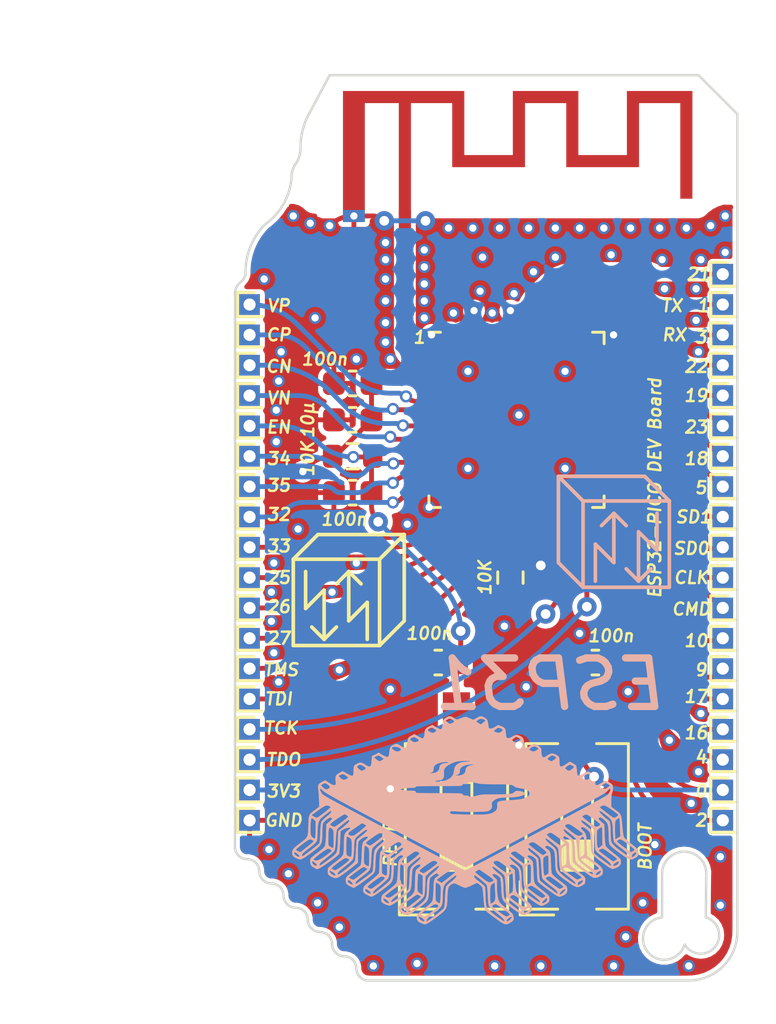
<source format=kicad_pcb>
(kicad_pcb (version 20210424) (generator pcbnew)
  (layers (0 "F.Cu" signal) (1 "In1.Cu" signal) (2 "In2.Cu" signal) (31 "B.Cu" signal) (34 "B.Paste" user) (35 "F.Paste" user) (36 "B.SilkS" user "B.Silkscreen") (37 "F.SilkS" user "F.Silkscreen") (38 "B.Mask" user) (39 "F.Mask" user) (44 "Edge.Cuts" user))
  (net 0 "")
  (net 1 "GND")
  (net 2 "Net-(AE1-Pad1)")
  (net 3 "/EN")
  (net 4 "+3V3")
  (net 5 "/IO1")
  (net 6 "/IO2")
  (net 7 "/IO4")
  (net 8 "/IO0")
  (net 9 "/IO3")
  (net 10 "/MTDO")
  (net 11 "/MTCK")
  (net 12 "/MTDI")
  (net 13 "/MTMS")
  (net 14 "Net-(J25-Pad1)")
  (net 16 "Net-(U1-Pad31)")
  (net 21 "/SENS_VN")
  (net 22 "/SENS_VP")
  (net 23 "/CAPP")
  (net 24 "/CAPN")
  (net 25 "/IO17")
  (net 26 "/SD0")
  (net 27 "/SD1")
  (net 28 "/IO5")
  (net 29 "/IO9")
  (net 30 "/IO10")
  (net 31 "/IO18")
  (net 32 "/IO19")
  (net 33 "/IO21")
  (net 34 "/IO22")
  (net 35 "/IO23")
  (net 36 "/IO25")
  (net 37 "/IO26")
  (net 38 "/IO27")
  (net 39 "/IO32")
  (net 40 "/IO33")
  (net 41 "/IO34")
  (net 42 "/IO35")
  (net 43 "/CMD")
  (footprint "Connector_PinHeader_1.00mm:PinHeader_1x01_P1.00mm_Vertical" (layer "F.Cu") (at 84 101.75)
    (fp_text reference "J63" hide)
    (fp_text value "Conn_01x01" hide)
  )
  (footprint "Connector_PinHeader_1.00mm:PinHeader_1x01_P1.00mm_Vertical" (layer "F.Cu") (at 103.5 94.25)
    (fp_text reference "J41" hide)
    (fp_text value "Conn_01x01" hide)
  )
  (footprint "Connector_PinHeader_1.00mm:PinHeader_1x01_P1.00mm_Vertical" (layer "F.Cu") (at 84 115.5)
    (fp_text reference "J1" hide)
    (fp_text value "Conn_01x01" hide)
  )
  (footprint "Capacitor_SMD:C_0603_1608Metric" (layer "F.Cu") (at 88.25 102 180)
    (fp_text reference "C4" hide)
    (fp_text value "100n" hide)
  )
  (footprint "Connector_PinHeader_1.00mm:PinHeader_1x01_P1.00mm_Vertical" (layer "F.Cu") (at 84 106.75)
    (fp_text reference "J58" hide)
    (fp_text value "Conn_01x01" hide)
  )
  (footprint "Connector_PinHeader_1.00mm:PinHeader_1x01_P1.00mm_Vertical" (layer "F.Cu") (at 103.5 110.5)
    (fp_text reference "J26" hide)
    (fp_text value "Conn_01x01" hide)
  )
  (footprint "Connector_PinHeader_1.00mm:PinHeader_1x01_P1.00mm_Vertical" (layer "F.Cu") (at 84 104.25)
    (fp_text reference "J61" hide)
    (fp_text value "Conn_01x01" hide)
  )
  (footprint "Resistor_SMD:R_0603_1608Metric" (layer "F.Cu") (at 88.25 100.5)
    (fp_text reference "R1" hide)
    (fp_text value "10K" hide)
  )
  (footprint "Connector_PinHeader_1.00mm:PinHeader_1x01_P1.00mm_Vertical" (layer "F.Cu") (at 103.5 106.75)
    (fp_text reference "J30" hide)
    (fp_text value "Conn_01x01" hide)
  )
  (footprint "Connector_PinHeader_1.00mm:PinHeader_1x01_P1.00mm_Vertical" (layer "F.Cu") (at 84 100.5)
    (fp_text reference "J62" hide)
    (fp_text value "Conn_01x01" hide)
  )
  (footprint "Button_Switch_SMD:SW_DIP_SPSTx01_Slide_6.7x4.1mm_W8.61mm_P2.54mm_LowProfile" (layer "F.Cu") (at 97.5 115.75 90)
    (fp_text reference "SW2" hide)
    (fp_text value "SW_Push" hide)
  )
  (footprint "Connector_PinHeader_1.00mm:PinHeader_1x01_P1.00mm_Vertical" (layer "F.Cu") (at 103.5 95.5)
    (fp_text reference "J43" hide)
    (fp_text value "Conn_01x01" hide)
  )
  (footprint "Connector_PinHeader_1.00mm:PinHeader_1x01_P1.00mm_Vertical" (layer "F.Cu") (at 103.5 105.5)
    (fp_text reference "J29" hide)
    (fp_text value "Conn_01x01" hide)
  )
  (footprint "Connector_PinHeader_1.00mm:PinHeader_1x01_P1.00mm_Vertical" (layer "F.Cu") (at 103.5 98)
    (fp_text reference "J53" hide)
    (fp_text value "Conn_01x01" hide)
  )
  (footprint "Connector_PinHeader_1.00mm:PinHeader_1x01_P1.00mm_Vertical" (layer "F.Cu") (at 103.5 111.75)
    (fp_text reference "J25" hide)
    (fp_text value "Conn_01x01" hide)
  )
  (footprint "Connector_PinHeader_1.00mm:PinHeader_1x01_P1.00mm_Vertical" (layer "F.Cu") (at 84 99.25)
    (fp_text reference "J31" hide)
    (fp_text value "Conn_01x01" hide)
  )
  (footprint "Connector_PinHeader_1.00mm:PinHeader_1x01_P1.00mm_Vertical" (layer "F.Cu") (at 103.5 114.25)
    (fp_text reference "J40" hide)
    (fp_text value "Conn_01x01" hide)
  )
  (footprint "Capacitor_SMD:C_0603_1608Metric" (layer "F.Cu") (at 88.25 99)
    (fp_text reference "C2" hide)
    (fp_text value "10µ" hide)
  )
  (footprint "Capacitor_SMD:C_0603_1608Metric" (layer "F.Cu") (at 98.25 109)
    (fp_text reference "C5" hide)
    (fp_text value "100n" hide)
  )
  (footprint "Connector_PinHeader_1.00mm:PinHeader_1x01_P1.00mm_Vertical" (layer "F.Cu") (at 84 108)
    (fp_text reference "J59" hide)
    (fp_text value "Conn_01x01" hide)
  )
  (footprint "Connector_PinHeader_1.00mm:PinHeader_1x01_P1.00mm_Vertical" (layer "F.Cu") (at 84 95.5)
    (fp_text reference "J33" hide)
    (fp_text value "Conn_01x01" hide)
  )
  (footprint "Connector_PinHeader_1.00mm:PinHeader_1x01_P1.00mm_Vertical" (layer "F.Cu") (at 103.5 99.25)
    (fp_text reference "J56" hide)
    (fp_text value "Conn_01x01" hide)
  )
  (footprint "Connector_PinHeader_1.00mm:PinHeader_1x01_P1.00mm_Vertical" (layer "F.Cu") (at 103.5 109.25)
    (fp_text reference "J46" hide)
    (fp_text value "Conn_01x01" hide)
  )
  (footprint "Button_Switch_SMD:SW_DIP_SPSTx01_Slide_6.7x4.1mm_W8.61mm_P2.54mm_LowProfile" (layer "F.Cu") (at 92.525 115.75 90)
    (fp_text reference "SW1" hide)
    (fp_text value "SW_Push" hide)
  )
  (footprint "Connector_PinHeader_1.00mm:PinHeader_1x01_P1.00mm_Vertical" (layer "F.Cu") (at 103.5 108)
    (fp_text reference "J47" hide)
    (fp_text value "Conn_01x01" hide)
  )
  (footprint "Connector_PinHeader_1.00mm:PinHeader_1x01_P1.00mm_Vertical" (layer "F.Cu") (at 84 109.25)
    (fp_text reference "J50" hide)
    (fp_text value "Conn_01x01" hide)
  )
  (footprint "Connector_PinHeader_1.00mm:PinHeader_1x01_P1.00mm_Vertical" (layer "F.Cu") (at 84 114.25)
    (fp_text reference "J36" hide)
    (fp_text value "Conn_01x01" hide)
  )
  (footprint "Connector_PinHeader_1.00mm:PinHeader_1x01_P1.00mm_Vertical" (layer "F.Cu") (at 84 110.5)
    (fp_text reference "J48" hide)
    (fp_text value "Conn_01x01" hide)
  )
  (footprint "Eigene:Symbol_kurzschlussblog" (layer "F.Cu") (at 85.8015 108.2985)
    (fp_text reference "SM3" hide)
    (fp_text value "SYM_Arrow45_Tiny" hide)
  )
  (footprint "Connector_PinHeader_1.00mm:PinHeader_1x01_P1.00mm_Vertical" (layer "F.Cu") (at 84 103)
    (fp_text reference "J60" hide)
    (fp_text value "Conn_01x01" hide)
  )
  (footprint "Connector_PinHeader_1.00mm:PinHeader_1x01_P1.00mm_Vertical" (layer "F.Cu") (at 103.5 115.5)
    (fp_text reference "J42" hide)
    (fp_text value "Conn_01x01" hide)
  )
  (footprint "Connector_PinHeader_1.00mm:PinHeader_1x01_P1.00mm_Vertical" (layer "F.Cu") (at 84 96.75)
    (fp_text reference "J34" hide)
    (fp_text value "Conn_01x01" hide)
  )
  (footprint "RF_Antenna:Texas_SWRA117D_2.4GHz_Right" (layer "F.Cu") (at 90.4 90.6)
    (fp_text reference "AE1" hide)
    (fp_text value "Antenna_Shield" hide)
  )
  (footprint "Connector_PinHeader_1.00mm:PinHeader_1x01_P1.00mm_Vertical" (layer "F.Cu") (at 103.5 104.25)
    (fp_text reference "J27" hide)
    (fp_text value "Conn_01x01" hide)
  )
  (footprint "Connector_PinHeader_1.00mm:PinHeader_1x01_P1.00mm_Vertical" (layer "F.Cu") (at 84 111.75)
    (fp_text reference "J49" hide)
    (fp_text value "Conn_01x01" hide)
  )
  (footprint "Connector_PinHeader_1.00mm:PinHeader_1x01_P1.00mm_Vertical" (layer "F.Cu") (at 103.5 113)
    (fp_text reference "J44" hide)
    (fp_text value "Conn_01x01" hide)
  )
  (footprint "Connector_PinHeader_1.00mm:PinHeader_1x01_P1.00mm_Vertical" (layer "F.Cu") (at 103.5 96.75)
    (fp_text reference "J55" hide)
    (fp_text value "Conn_01x01" hide)
  )
  (footprint "Connector_PinHeader_1.00mm:PinHeader_1x01_P1.00mm_Vertical" (layer "F.Cu") (at 84 94.25)
    (fp_text reference "J32" hide)
    (fp_text value "Conn_01x01" hide)
  )
  (footprint "Resistor_SMD:R_0603_1608Metric" (layer "F.Cu") (at 94.75 105.5 90)
    (fp_text reference "R2" hide)
    (fp_text value "10K" hide)
  )
  (footprint "Connector_PinHeader_1.00mm:PinHeader_1x01_P1.00mm_Vertical" (layer "F.Cu") (at 103.5 100.5)
    (fp_text reference "J52" hide)
    (fp_text value "Conn_01x01" hide)
  )
  (footprint "Connector_PinHeader_1.00mm:PinHeader_1x01_P1.00mm_Vertical" (layer "F.Cu") (at 84 98)
    (fp_text reference "J35" hide)
    (fp_text value "Conn_01x01" hide)
  )
  (footprint "Connector_PinHeader_1.00mm:PinHeader_1x01_P1.00mm_Vertical" (layer "F.Cu") (at 84 105.5)
    (fp_text reference "J57" hide)
    (fp_text value "Conn_01x01" hide)
  )
  (footprint "Connector_PinHeader_1.00mm:PinHeader_1x01_P1.00mm_Vertical" (layer "F.Cu") (at 84 113)
    (fp_text reference "J51" hide)
    (fp_text value "Conn_01x01" hide)
  )
  (footprint "Capacitor_SMD:C_0603_1608Metric" (layer "F.Cu") (at 88.25 97.5)
    (fp_text reference "C3" hide)
    (fp_text value "100n" hide)
  )
  (footprint "Connector_PinHeader_1.00mm:PinHeader_1x01_P1.00mm_Vertical" (layer "F.Cu") (at 103.5 101.75)
    (fp_text reference "J45" hide)
    (fp_text value "Conn_01x01" hide)
  )
  (footprint "Connector_PinHeader_1.00mm:PinHeader_1x01_P1.00mm_Vertical" (layer "F.Cu") (at 103.5 93)
    (fp_text reference "J54" hide)
    (fp_text value "Conn_01x01" hide)
  )
  (footprint "Connector_PinHeader_1.00mm:PinHeader_1x01_P1.00mm_Vertical" (layer "F.Cu") (at 103.5 103)
    (fp_text reference "J28" hide)
    (fp_text value "Conn_01x01" hide)
  )
  (footprint "Package_DFN_QFN:QFN-48-1EP_7x7mm_P0.5mm_EP5.3x5.3mm" (layer "F.Cu") (at 95 99)
    (fp_text reference "U1" hide)
    (fp_text value "ESP32-PICO-D4" hide)
  )
  (footprint "Capacitor_SMD:C_0603_1608Metric" (layer "F.Cu") (at 91.775 109 180)
    (fp_text reference "C1" hide)
    (fp_text value "100n" hide)
  )
  (footprint "TheBrutzlers_Lib:Platinenmacher_14" (layer "B.Cu") (at 92.9 115.5 180)
    (fp_text reference "G***" hide)
    (fp_text value "LOGO" hide)
  )
  (footprint "Eigene:Symbol_kurzschlussblog" (layer "B.Cu") (at 101.2985 105.8985 180)
    (fp_text reference "SM3" hide)
    (fp_text value "SYM_Arrow45_Tiny" hide)
  )
  (gr_arc (start 87.9 120.6) (end 87.4 120.6) (angle -90) (layer "Edge.Cuts") (width 0.1))
  (gr_arc (start 86.9 119.6) (end 86.4 119.6) (angle -90) (layer "Edge.Cuts") (width 0.1))
  (gr_arc (start 102.590583 120.232946) (end 102.8 119.500001) (angle 224.2364899) (layer "Edge.Cuts") (width 0.1))
  (gr_arc (start 83.1 88.8) (end 84.644425 90.944425) (angle -48.52779551) (layer "Edge.Cuts") (width 0.1))
  (gr_line (start 101 117.7) (end 101 119.5) (layer "Edge.Cuts") (width 0.1))
  (gr_arc (start 101.910977 117.7) (end 101 117.7) (angle 180) (layer "Edge.Cuts") (width 0.1))
  (gr_line (start 102.5 84.8) (end 104.1 86.4) (layer "Edge.Cuts") (width 0.1))
  (gr_arc (start 83.3 92.9) (end 83.615889 93.339067) (angle -46.13657648) (layer "Edge.Cuts") (width 0.1))
  (gr_arc (start 85.9 118.6) (end 85.4 118.6) (angle -90) (layer "Edge.Cuts") (width 0.1))
  (gr_arc (start 83.9 117.6) (end 84.4 117.6) (angle -90) (layer "Edge.Cuts") (width 0.1))
  (gr_arc (start 83.9 116.6) (end 83.4 116.6) (angle -90) (layer "Edge.Cuts") (width 0.1))
  (gr_arc (start 101.087174 120.371395) (end 101.929224 120.611983) (angle 248.3416212) (layer "Edge.Cuts") (width 0.1))
  (gr_arc (start 84.9 87.8) (end 85.940631 88.392505) (angle -29.65590311) (layer "Edge.Cuts") (width 0.1))
  (gr_arc (start 87.9 121.6) (end 88.4 121.6) (angle -90) (layer "Edge.Cuts") (width 0.1))
  (gr_arc (start 86.9 120.6) (end 87.4 120.6) (angle -90) (layer "Edge.Cuts") (width 0.1))
  (gr_arc (start 89.1 87.8) (end 86.097487 87.8) (angle 25.70995378) (layer "Edge.Cuts") (width 0.1))
  (gr_arc (start 86.7 89) (end 85.729574 89.062957) (angle 42.37170638) (layer "Edge.Cuts") (width 0.1))
  (gr_arc (start 86.6 92.9) (end 83.835457 92.976494) (angle 46.58495106) (layer "Edge.Cuts") (width 0.1))
  (gr_arc (start 88.9 121.6) (end 88.4 121.6) (angle -90) (layer "Edge.Cuts") (width 0.1))
  (gr_line (start 83.4 93.8) (end 83.4 116.6) (layer "Edge.Cuts") (width 0.1))
  (gr_line (start 87.3 84.8) (end 86.394731 86.497463) (layer "Edge.Cuts") (width 0.1))
  (gr_arc (start 84 93.8) (end 83.4 93.8) (angle 50.19442891) (layer "Edge.Cuts") (width 0.1))
  (gr_arc (start 85.9 119.6) (end 86.4 119.6) (angle -90) (layer "Edge.Cuts") (width 0.1))
  (gr_line (start 87.3 84.8) (end 102.5 84.8) (layer "Edge.Cuts") (width 0.1))
  (gr_arc (start 102.1 120.1) (end 102.1 122.1) (angle -90) (layer "Edge.Cuts") (width 0.1))
  (gr_arc (start 84.9 117.6) (end 84.4 117.6) (angle -90) (layer "Edge.Cuts") (width 0.1))
  (gr_line (start 104.1 86.4) (end 104.1 120.1) (layer "Edge.Cuts") (width 0.1))
  (gr_line (start 102.821954 117.7) (end 102.8 119.5) (layer "Edge.Cuts") (width 0.1))
  (gr_line (start 88.9 122.1) (end 102.1 122.1) (layer "Edge.Cuts") (width 0.1))
  (gr_arc (start 84.9 118.6) (end 85.4 118.6) (angle -90) (layer "Edge.Cuts") (width 0.1))
  (gr_text "ESP31" (at 96.4 109.9) (layer "B.SilkS") (effects (font (size 2 2) (thickness 0.3) italic) (justify mirror)))
  (gr_text "17" (at 102.4 110.4) (layer "F.SilkS") (effects (font (size 0.5 0.5) (thickness 0.1) italic)))
  (gr_text "SD0" (at 102.2 104.3) (layer "F.SilkS") (effects (font (size 0.5 0.5) (thickness 0.1) italic)))
  (gr_text "3" (at 102.6 95.6) (layer "F.SilkS") (effects (font (size 0.5 0.5) (thickness 0.1) italic)))
  (gr_text "SD1" (at 102.3 103) (layer "F.SilkS") (effects (font (size 0.5 0.5) (thickness 0.1) italic)))
  (gr_text "35\n" (at 85.2 101.7) (layer "F.SilkS") (effects (font (size 0.5 0.5) (thickness 0.1) italic)))
  (gr_text "BOOT" (at 100.3 116.6 90) (layer "F.SilkS") (effects (font (size 0.5 0.5) (thickness 0.1) italic)))
  (gr_text "TMS" (at 85.3 109.3) (layer "F.SilkS") (effects (font (size 0.5 0.5) (thickness 0.1) italic)))
  (gr_text "9" (at 102.6 109.3) (layer "F.SilkS") (effects (font (size 0.5 0.5) (thickness 0.1) italic)))
  (gr_text "23" (at 102.4 99.3) (layer "F.SilkS") (effects (font (size 0.5 0.5) (thickness 0.1) italic)))
  (gr_text "26" (at 85.2 106.7) (layer "F.SilkS") (effects (font (size 0.5 0.5) (thickness 0.1) italic)))
  (gr_text "18" (at 102.4 100.6) (layer "F.SilkS") (effects (font (size 0.5 0.5) (thickness 0.1) italic)))
  (gr_text "RX" (at 101.5 95.5) (layer "F.SilkS") (effects (font (size 0.5 0.5) (thickness 0.1) italic)))
  (gr_text "10µ" (at 86.4 99 90) (layer "F.SilkS") (effects (font (size 0.5 0.5) (thickness 0.1) italic)))
  (gr_text "1" (at 91 95.6) (layer "F.SilkS") (effects (font (size 0.5 0.5) (thickness 0.1) italic)))
  (gr_text "100n" (at 98.9 107.9) (layer "F.SilkS") (effects (font (size 0.5 0.5) (thickness 0.1) italic)))
  (gr_text "TCK" (at 85.3 111.7) (layer "F.SilkS") (effects (font (size 0.5 0.5) (thickness 0.1) italic)))
  (gr_text "4" (at 102.6 112.9) (layer "F.SilkS") (effects (font (size 0.5 0.5) (thickness 0.1) italic)))
  (gr_text "10K" (at 93.7 105.5 90) (layer "F.SilkS") (effects (font (size 0.5 0.5) (thickness 0.1) italic)))
  (gr_text "21" (at 102.5 93) (layer "F.SilkS") (effects (font (size 0.5 0.5) (thickness 0.1) italic)))
  (gr_text "TX" (at 101.4 94.3) (layer "F.SilkS") (effects (font (size 0.5 0.5) (thickness 0.1) italic)))
  (gr_text "VN" (at 85.2 98.1) (layer "F.SilkS") (effects (font (size 0.5 0.5) (thickness 0.1) italic)))
  (gr_text "19" (at 102.4 98) (layer "F.SilkS") (effects (font (size 0.5 0.5) (thickness 0.1) italic)))
  (gr_text "ESP32-PICO DEV Board" (at 100.7 101.8 90) (layer "F.SilkS") (effects (font (size 0.5 0.5) (thickness 0.1) italic)))
  (gr_text "VP\n" (at 85.2 94.3) (layer "F.SilkS") (effects (font (size 0.5 0.5) (thickness 0.1) italic)))
  (gr_text "CN" (at 85.2 96.8) (layer "F.SilkS") (effects (font (size 0.5 0.5) (thickness 0.1) italic)))
  (gr_text "1" (at 102.7 94.3) (layer "F.SilkS") (effects (font (size 0.5 0.5) (thickness 0.1) italic)))
  (gr_text "33\n" (at 85.2 104.2) (layer "F.SilkS") (effects (font (size 0.5 0.5) (thickness 0.1) italic)))
  (gr_text "CMD" (at 102.2 106.8) (layer "F.SilkS") (effects (font (size 0.5 0.5) (thickness 0.1) italic)))
  (gr_text "RESET" (at 89.8 116.3 90) (layer "F.SilkS") (effects (font (size 0.5 0.5) (thickness 0.1) italic)))
  (gr_text "22" (at 102.4 96.8) (layer "F.SilkS") (effects (font (size 0.5 0.5) (thickness 0.1) italic)))
  (gr_text "3V3" (at 85.4 114.3) (layer "F.SilkS") (effects (font (size 0.5 0.5) (thickness 0.1) italic)))
  (gr_text "32" (at 85.2 102.9) (layer "F.SilkS") (effects (font (size 0.5 0.5) (thickness 0.1) italic)))
  (gr_text "100n" (at 87.9 103.1) (layer "F.SilkS") (effects (font (size 0.5 0.5) (thickness 0.1) italic)))
  (gr_text "100n" (at 87.1 96.5) (layer "F.SilkS") (effects (font (size 0.5 0.5) (thickness 0.1) italic)))
  (gr_text "0" (at 102.6 114.3) (layer "F.SilkS") (effects (font (size 0.5 0.5) (thickness 0.1) italic)))
  (gr_text "16" (at 102.4 111.9) (layer "F.SilkS") (effects (font (size 0.5 0.5) (thickness 0.1) italic)))
  (gr_text "34" (at 85.2 100.6) (layer "F.SilkS") (effects (font (size 0.5 0.5) (thickness 0.1) italic)))
  (gr_text "GND" (at 85.4 115.5) (layer "F.SilkS") (effects (font (size 0.5 0.5) (thickness 0.1) italic)))
  (gr_text "TDI" (at 85.2 110.5) (layer "F.SilkS") (effects (font (size 0.5 0.5) (thickness 0.1) italic)))
  (gr_text "10K" (at 86.4 100.6 90) (layer "F.SilkS") (effects (font (size 0.5 0.5) (thickness 0.1) italic)))
  (gr_text "5" (at 102.6 101.8) (layer "F.SilkS") (effects (font (size 0.5 0.5) (thickness 0.1) italic)))
  (gr_text "EN" (at 85.2 99.3) (layer "F.SilkS") (effects (font (size 0.5 0.5) (thickness 0.1) italic)))
  (gr_text "25" (at 85.2 105.5) (layer "F.SilkS") (effects (font (size 0.5 0.5) (thickness 0.1) italic)))
  (gr_text "CP" (at 85.2 95.5) (layer "F.SilkS") (effects (font (size 0.5 0.5) (thickness 0.1) italic)))
  (gr_text "CLK" (at 102.2 105.5) (layer "F.SilkS") (effects (font (size 0.5 0.5) (thickness 0.1) italic)))
  (gr_text "2" (at 102.6 115.5) (layer "F.SilkS") (effects (font (size 0.5 0.5) (thickness 0.1) italic)))
  (gr_text "100n" (at 91.4 107.8) (layer "F.SilkS") (effects (font (size 0.5 0.5) (thickness 0.1) italic)))
  (gr_text "10" (at 102.4 108.1) (layer "F.SilkS") (effects (font (size 0.5 0.5) (thickness 0.1) italic)))
  (gr_text "TDO" (at 85.4 113) (layer "F.SilkS") (effects (font (size 0.5 0.5) (thickness 0.1) italic)))
  (gr_text "27" (at 85.2 108) (layer "F.SilkS") (effects (font (size 0.5 0.5) (thickness 0.1) italic)))
  (segment (start 88.3 90.6) (end 89.067656 90.6) (width 0.2) (layer "F.Cu") (net 1))
  (segment (start 91.249502 90.8) (end 102.417158 90.8) (width 0.2) (layer "F.Cu") (net 1))
  (segment (start 103.342103 90.301647) (end 103.546289 90.235303) (width 0.2) (layer "F.Cu") (net 1))
  (segment (start 102.9 90.6) (end 102.97712 90.525309) (width 0.2) (layer "F.Cu") (net 1))
  (segment (start 103.546289 90.235303) (end 103.830382 90.235303) (width 0.2) (layer "F.Cu") (net 1))
  (segment (start 85.979427 90.249669) (end 85.806613 90.203364) (width 0.2) (layer "F.Cu") (net 1))
  (segment (start 85.720522 90.203364) (end 85.717158 90.2) (width 0.2) (layer "F.Cu") (net 1))
  (segment (start 102.97712 90.525309) (end 103.15081 90.399116) (width 0.2) (layer "F.Cu") (net 1))
  (segment (start 88.3 90.6) (end 88.265685 90.6) (width 0.2) (layer "F.Cu") (net 1))
  (segment (start 85.806613 90.203364) (end 85.720522 90.203364) (width 0.2) (layer "F.Cu") (net 1))
  (segment (start 88.3 90.6) (end 88.3 91.4) (width 0.2) (layer "F.Cu") (net 1))
  (segment (start 86.134367 90.339124) (end 85.979427 90.249669) (width 0.2) (layer "F.Cu") (net 1))
  (segment (start 86.2 90.4) (end 86.134367 90.339124) (width 0.2) (layer "F.Cu") (net 1))
  (segment (start 103.15081 90.399116) (end 103.342103 90.301647) (width 0.2) (layer "F.Cu") (net 1))
  (via (at 101.3 112.2) (size 0.5) (drill 0.3) (layers "F.Cu" "B.Cu") (net 1))
  (via (at 87.3 91) (size 0.5) (drill 0.3) (layers "F.Cu" "B.Cu") (net 1))
  (via (at 100.2 118.9) (size 0.5) (drill 0.3) (layers "F.Cu" "B.Cu") (net 1))
  (via (at 97 97) (size 0.5) (drill 0.3) (layers "F.Cu" "B.Cu") (net 1))
  (via (at 97.6 91.1) (size 0.5) (drill 0.3) (layers "F.Cu" "B.Cu") (net 1))
  (via (at 84.8 116.7) (size 0.5) (drill 0.3) (layers "F.Cu" "B.Cu") (net 1))
  (via (at 87.4 106.1) (size 0.5) (drill 0.3) (layers "F.Cu" "B.Cu") (net 1))
  (via (at 102.5 96.2) (size 0.5) (drill 0.3) (layers "F.Cu" "B.Cu") (net 1))
  (via (at 96 121.5) (size 0.5) (drill 0.3) (layers "F.Cu" "B.Cu") (net 1))
  (via (at 102.1 121.5) (size 0.5) (drill 0.3) (layers "F.Cu" "B.Cu") (net 1))
  (via (at 85.2 109.8) (size 0.5) (drill 0.3) (layers "F.Cu" "B.Cu") (net 1))
  (via (at 84.6 93.2) (size 0.5) (drill 0.3) (layers "F.Cu" "B.Cu") (net 1))
  (via (at 89.8 110.1) (size 0.5) (drill 0.3) (layers "F.Cu" "B.Cu") (net 1))
  (via (at 102 91.1) (size 0.5) (drill 0.3) (layers "F.Cu" "B.Cu") (net 1))
  (via (at 89.6 92.4) (size 0.5) (drill 0.3) (layers "F.Cu" "B.Cu") (net 1))
  (via (at 92.4 94.6) (size 0.5) (drill 0.3) (layers "F.Cu" "B.Cu") (net 1))
  (via (at 93.6 92.3) (size 0.5) (drill 0.3) (layers "F.Cu" "B.Cu") (net 1))
  (via (at 85.1 98.6) (size 0.5) (drill 0.3) (layers "F.Cu" "B.Cu") (net 1))
  (via (at 95.1 112.4) (size 0.5) (drill 0.3) (layers "F.Cu" "B.Cu") (net 1))
  (via (at 99.7 91.1) (size 0.5) (drill 0.3) (layers "F.Cu" "B.Cu") (net 1))
  (via (at 94.5 107.5) (size 0.5) (drill 0.3) (layers "F.Cu" "B.Cu") (net 1))
  (via (at 84.9 107.3) (size 0.5) (drill 0.3) (layers "F.Cu" "B.Cu") (net 1))
  (via (at 90.5 103.3) (size 0.5) (drill 0.3) (layers "F.Cu" "B.Cu") (net 1))
  (via (at 91.4 102.6) (size 0.5) (drill 0.3) (layers "F.Cu" "B.Cu") (net 1))
  (via (at 85.2 97.4) (size 0.5) (drill 0.3) (layers "F.Cu" "B.Cu") (net 1))
  (via (at 102.4 93.6) (size 0.5) (drill 0.3) (layers "F.Cu" "B.Cu") (net 1))
  (via (at 95.7 92.9) (size 0.5) (drill 0.3) (layers "F.Cu" "B.Cu") (net 1))
  (via (at 89.6 95.8) (size 0.5) (drill 0.3) (layers "F.Cu" "B.Cu") (net 1))
  (via (at 101.1 93.6) (size 0.5) (drill 0.3) (layers "F.Cu" "B.Cu") (net 1))
  (via (at 102.4 94.9) (size 0.5) (drill 0.3) (layers "F.Cu" "B.Cu") (net 1))
  (via (at 102.5 113.5) (size 0.5) (drill 0.3) (layers "F.Cu" "B.Cu") (net 1))
  (via (at 91.2 94.1) (size 0.5) (drill 0.3) (layers "F.Cu" "B.Cu") (net 1))
  (via (at 85 108.6) (size 0.5) (drill 0.3) (layers "F.Cu" "B.Cu") (net 1))
  (via (at 96.6 91.1) (size 0.5) (drill 0.3) (layers "F.Cu" "B.Cu") (net 1))
  (via (at 103 91) (size 0.5) (drill 0.3) (layers "F.Cu" "B.Cu") (net 1))
  (via (at 100.9 91.1) (size 0.5) (drill 0.3) (layers "F.Cu" "B.Cu") (net 1))
  (via (at 86 103.5) (size 0.5) (drill 0.3) (layers "F.Cu" "B.Cu") (net 1))
  (via (at 93 97) (size 0.5) (drill 0.3) (layers "F.Cu" "B.Cu") (net 1))
  (via (at 98.6 91.1) (size 0.5) (drill 0.3) (layers "F.Cu" "B.Cu") (net 1))
  (via (at 89.1 121.5) (size 0.5) (drill 0.3) (layers "F.Cu" "B.Cu") (net 1))
  (via (at 89.8 114.2) (size 0.5) (drill 0.3) (layers "F.Cu" "B.Cu") (net 1))
  (via (at 94.9 93.8) (size 0.5) (drill 0.3) (layers "F.Cu" "B.Cu") (net 1))
  (via (at 86.7 94.8) (size 0.5) (drill 0.3) (layers "F.Cu" "B.Cu") (net 1))
  (via (at 89.6 93.2) (size 0.5) (drill 0.3) (layers "F.Cu" "B.Cu") (net 1))
  (via (at 91.2 94.8) (size 0.5) (drill 0.3) (layers "F.Cu" "B.Cu") (net 1))
  (via (at 103.6 92.1) (size 0.5) (drill 0.3) (layers "F.Cu" "B.Cu") (net 1))
  (via (at 89.6 91.7) (size 0.5) (drill 0.3) (layers "F.Cu" "B.Cu") (net 1))
  (via (at 97.6 107.8) (size 0.5) (drill 0.3) (layers "F.Cu" "B.Cu") (net 1))
  (via (at 95.5 91.1) (size 0.5) (drill 0.3) (layers "F.Cu" "B.Cu") (net 1))
  (via (at 88.4 96.5) (size 0.5) (drill 0.3) (layers "F.Cu" "B.Cu") (net 1))
  (via (at 91.2 92) (size 0.5) (drill 0.3) (layers "F.Cu" "B.Cu") (net 1))
  (via (at 92.2 91.1) (size 0.5) (drill 0.3) (layers "F.Cu" "B.Cu") (net 1))
  (via (at 102.6 92.4) (size 0.5) (drill 0.3) (layers "F.Cu" "B.Cu") (net 1))
  (via (at 99 121.5) (size 0.5) (drill 0.3) (layers "F.Cu" "B.Cu") (net 1))
  (via (at 94 94.6) (size 0.5) (drill 0.3) (layers "F.Cu" "B.Cu") (net 1))
  (via (at 97 101) (size 0.5) (drill 0.3) (layers "F.Cu" "B.Cu") (net 1))
  (via (at 102.6 111.1) (size 0.5) (drill 0.3) (layers "F.Cu" "B.Cu") (net 1))
  (via (at 103.4 119) (size 0.5) (drill 0.3) (layers "F.Cu" "B.Cu") (net 1))
  (via (at 95.1 98.8) (size 0.5) (drill 0.3) (layers "F.Cu" "B.Cu") (net 1))
  (via (at 94.3 91.1) (size 0.5) (drill 0.3) (layers "F.Cu" "B.Cu") (net 1))
  (via (at 86.8 118.9) (size 0.5) (drill 0.3) (layers "F.Cu" "B.Cu") (net 1))
  (via (at 101 92.4) (size 0.5) (drill 0.3) (layers "F.Cu" "B.Cu") (net 1))
  (via (at 84.9 106.1) (size 0.5) (drill 0.3) (layers "F.Cu" "B.Cu") (net 1))
  (via (at 85.3 96.2) (size 0.5) (drill 0.3) (layers "F.Cu" "B.Cu") (net 1))
  (via (at 89.6 94.1) (size 0.5) (drill 0.3) (layers "F.Cu" "B.Cu") (net 1))
  (via (at 93 101) (size 0.5) (drill 0.3) (layers "F.Cu" "B.Cu") (net 1))
  (via (at 88.4 104.9) (size 0.5) (drill 0.3) (layers "F.Cu" "B.Cu") (net 1))
  (via (at 91.249502 90.8) (size 0.8) (drill 0.4) (layers "F.Cu" "B.Cu") (net 1))
  (via (at 87.7 119.9) (size 0.5) (drill 0.3) (layers "F.Cu" "B.Cu") (net 1))
  (via (at 99.6 110.2) (size 0.5) (drill 0.3) (layers "F.Cu" "B.Cu") (net 1))
  (via (at 95.4 110) (size 0.5) (drill 0.3) (layers "F.Cu" "B.Cu") (net 1))
  (via (at 86.5 90.9) (size 0.5) (drill 0.3) (layers "F.Cu" "B.Cu") (net 1))
  (via (at 85.8 90.6) (size 0.5) (drill 0.3) (layers "F.Cu" "B.Cu") (net 1))
  (via (at 103.6 90.6) (size 0.5) (drill 0.3) (layers "F.Cu" "B.Cu") (net 1))
  (via (at 100.7 116.5) (size 0.5) (drill 0.3) (layers "F.Cu" "B.Cu") (net 1))
  (via (at 103.4 117) (size 0.5) (drill 0.3) (layers "F.Cu" "B.Cu") (net 1))
  (via (at 91.2 93.4) (size 0.5) (drill 0.3) (layers "F.Cu" "B.Cu") (net 1))
  (via (at 85.6 117.7) (size 0.5) (drill 0.3) (layers "F.Cu" "B.Cu") (net 1))
  (via (at 99.5 120.3) (size 0.5) (drill 0.3) (layers "F.Cu" "B.Cu") (net 1))
  (via (at 98.9 92.2) (size 0.5) (drill 0.3) (layers "F.Cu" "B.Cu") (net 1))
  (via (at 90.9 121.4) (size 0.5) (drill 0.3) (layers "F.Cu" "B.Cu") (net 1))
  (via (at 87.7 109.3) (size 0.5) (drill 0.3) (layers "F.Cu" "B.Cu") (net 1))
  (via (at 96.6 92.3) (size 0.5) (drill 0.3) (layers "F.Cu" "B.Cu") (net 1))
  (via (at 91.2 92.7) (size 0.5) (drill 0.3) (layers "F.Cu" "B.Cu") (net 1))
  (via (at 89.550498 90.8) (size 0.8) (drill 0.4) (layers "F.Cu" "B.Cu") (net 1))
  (via (at 85.1 99.9) (size 0.5) (drill 0.3) (layers "F.Cu" "B.Cu") (net 1))
  (via (at 89.6 95) (size 0.5) (drill 0.3) (layers "F.Cu" "B.Cu") (net 1))
  (via (at 102.2 114.8) (size 0.5) (drill 0.3) (layers "F.Cu" "B.Cu") (net 1))
  (via (at 93.2 91.1) (size 0.5) (drill 0.3) (layers "F.Cu" "B.Cu") (net 1))
  (via (at 94.1 121.5) (size 0.5) (drill 0.3) (layers "F.Cu" "B.Cu") (net 1))
  (via (at 89.8 96.5) (size 0.5) (drill 0.3) (layers "F.Cu" "B.Cu") (net 1))
  (via (at 85 104.9) (size 0.5) (drill 0.3) (layers "F.Cu" "B.Cu") (net 1))
  (via (at 93.5 93.7) (size 0.5) (drill 0.3) (layers "F.Cu" "B.Cu") (net 1))
  (arc (start 89.067656 90.6) (mid 89.328968 90.651978) (end 89.550498 90.8) (width 0.2) (layer "F.Cu") (net 1))
  (arc (start 88.265685 90.6) (mid 87.743061 90.703956) (end 87.3 91) (width 0.2) (layer "F.Cu") (net 1))
  (arc (start 86.682842 90.6) (mid 86.42153 90.548022) (end 86.2 90.4) (width 0.2) (layer "F.Cu") (net 1))
  (arc (start 102.417158 90.8) (mid 102.67847 90.748022) (end 102.9 90.6) (width 0.2) (layer "F.Cu") (net 1))
  (segment (start 89.550498 90.8) (end 91.249502 90.8) (width 0.2) (layer "B.Cu") (net 1))
  (segment (start 90.47071 96.370711) (end 90.7 96.6) (width 0.3) (layer "F.Cu") (net 2))
  (segment (start 90.3 90.841421) (end 90.3 95.958579) (width 0.3) (layer "F.Cu") (net 2))
  (segment (start 90.5 96.117158) (end 90.5 90.841421) (width 0.3) (layer "F.Cu") (net 2))
  (segment (start 91.55 96.75) (end 91.062132 96.75) (width 0.3) (layer "F.Cu") (net 2))
  (arc (start 90.7 96.6) (mid 90.551979 96.37847) (end 90.5 96.117158) (width 0.3) (layer "F.Cu") (net 2))
  (arc (start 91.062132 96.75) (mid 90.866148 96.711016) (end 90.7 96.6) (width 0.3) (layer "F.Cu") (net 2))
  (arc (start 90.4 90.6) (mid 90.325989 90.710765) (end 90.3 90.841421) (width 0.3) (layer "F.Cu") (net 2))
  (arc (start 90.3 95.958579) (mid 90.344366 96.181623) (end 90.47071 96.370711) (width 0.3) (layer "F.Cu") (net 2))
  (arc (start 90.5 90.841421) (mid 90.474011 90.710765) (end 90.4 90.6) (width 0.3) (layer "F.Cu") (net 2))
  (segment (start 89.025 102) (end 89.025 102.536092) (width 0.2) (layer "F.Cu") (net 3))
  (segment (start 92.7 107.7) (end 92.7 108.637868) (width 0.2) (layer "F.Cu") (net 3))
  (segment (start 89.325 100.25) (end 89.075 100.5) (width 0.2) (layer "F.Cu") (net 3))
  (segment (start 92.525 111.445) (end 92.525 109.060355) (width 0.2) (layer "F.Cu") (net 3))
  (segment (start 89.025 102) (end 89.025 100.55) (width 0.2) (layer "F.Cu") (net 3))
  (segment (start 89.025 100.55) (end 89.075 100.5) (width 0.2) (layer "F.Cu") (net 3))
  (segment (start 91.55 100.25) (end 89.325 100.25) (width 0.2) (layer "F.Cu") (net 3))
  (segment (start 88.2745 100.531284) (end 88.999474 100.531284) (width 0.2) (layer "F.Cu") (net 3))
  (via (at 88.2745 100.531284) (size 0.5) (drill 0.3) (layers "F.Cu" "B.Cu") (net 3))
  (via (at 92.7 107.7) (size 0.8) (drill 0.4) (layers "F.Cu" "B.Cu") (net 3))
  (via (at 89.3 103.2) (size 0.8) (drill 0.4) (layers "F.Cu" "B.Cu") (net 3))
  (arc (start 92.7 108.637868) (mid 92.661016 108.833852) (end 92.55 109) (width 0.2) (layer "F.Cu") (net 3))
  (arc (start 88.999474 100.531284) (mid 89.040348 100.523154) (end 89.075 100.5) (width 0.2) (layer "F.Cu") (net 3))
  (arc (start 92.525 109.060355) (mid 92.531497 109.027692) (end 92.55 109) (width 0.2) (layer "F.Cu") (net 3))
  (arc (start 89.025 102.536092) (mid 89.09647 102.895396) (end 89.3 103.2) (width 0.2) (layer "F.Cu") (net 3))
  (segment (start 84 99.25) (end 85.230762 99.25) (width 0.2) (layer "B.Cu") (net 3))
  (segment (start 89.3 103.2) (end 91.922182 105.822182) (width 0.2) (layer "B.Cu") (net 3))
  (segment (start 86.8 99.9) (end 86.83504 99.93504) (width 0.2) (layer "B.Cu") (net 3))
  (arc (start 86.83504 99.93504) (mid 87.495469 100.376325) (end 88.2745 100.531284) (width 0.2) (layer "B.Cu") (net 3))
  (arc (start 91.922182 105.822182) (mid 92.497851 106.683731) (end 92.7 107.7) (width 0.2) (layer "B.Cu") (net 3))
  (arc (start 85.230762 99.25) (mid 86.080027 99.418929) (end 86.8 99.9) (width 0.2) (layer "B.Cu") (net 3))
  (segment (start 94.75 95.55) (end 94.75 94.5) (width 0.2) (layer "F.Cu") (net 4))
  (segment (start 89.275 97.25) (end 89.025 97.5) (width 0.2) (layer "F.Cu") (net 4))
  (segment (start 93.25 95.55) (end 93.25 94.5) (width 0.2) (layer "F.Cu") (net 4))
  (segment (start 90.558579 97.4) (end 89.266421 97.4) (width 0.3) (layer "F.Cu") (net 4))
  (segment (start 91.55 96.25) (end 91.55 95.55) (width 0.2) (layer "F.Cu") (net 4))
  (segment (start 97.75 95.55) (end 98.95 95.55) (width 0.2) (layer "F.Cu") (net 4))
  (segment (start 89.275 97.75) (end 89.025 97.5) (width 0.2) (layer "F.Cu") (net 4))
  (segment (start 91.55 97.25) (end 91.2 97.6) (width 0.3) (layer "F.Cu") (net 4))
  (segment (start 98.95 95.55) (end 99 95.5) (width 0.2) (layer "F.Cu") (net 4))
  (segment (start 90.85 97.25) (end 89.628553 97.25) (width 0.3) (layer "F.Cu") (net 4))
  (segment (start 91.55 97.75) (end 91.062132 97.75) (width 0.3) (layer "F.Cu") (net 4))
  (segment (start 95.304809 106.09519) (end 95.8 105.6) (width 0.2) (layer "F.Cu") (net 4))
  (segment (start 86.410995 100.920014) (end 86.196122 101.134888) (width 0.2) (layer "F.Cu") (net 4))
  (segment (start 91.55 97.25) (end 91.55 97.75) (width 0.3) (layer "F.Cu") (net 4))
  (segment (start 96 105.117158) (end 96 105) (width 0.2) (layer "F.Cu") (net 4))
  (segment (start 87.525 100.5) (end 89.025 99) (width 0.2) (layer "F.Cu") (net 4))
  (segment (start 87.425 100.5) (end 87.525 100.5) (width 0.2) (layer "F.Cu") (net 4))
  (segment (start 91.041422 97.741421) (end 90.8 97.5) (width 0.3) (layer "F.Cu") (net 4))
  (segment (start 91.55 95.55) (end 91.5 95.5) (width 0.2) (layer "F.Cu") (net 4))
  (segment (start 89.025 97.5) (end 89.025 99) (width 0.2) (layer "F.Cu") (net 4))
  (segment (start 91.55 97.25) (end 90.85 97.25) (width 0.3) (layer "F.Cu") (net 4))
  (segment (start 91.2 97.6) (end 90.85 97.25) (width 0.3) (layer "F.Cu") (net 4))
  (segment (start 95.25 102.45) (end 95.25 103.18934) (width 0.2) (layer "F.Cu") (net 4))
  (via (at 86.196122 101.134888) (size 0.5) (drill 0.3) (layers "F.Cu" "B.Cu") (net 4))
  (via (at 93.25 94.5) (size 0.5) (drill 0.3) (layers "F.Cu" "B.Cu") (net 4))
  (via (at 96 105) (size 0.8) (drill 0.4) (layers "F.Cu" "B.Cu") (net 4))
  (via (at 99 95.5) (size 0.5) (drill 0.3) (layers "F.Cu" "B.Cu") (net 4))
  (via (at 94.75 94.5) (size 0.5) (drill 0.3) (layers "F.Cu" "B.Cu") (net 4))
  (via (at 91.5 95.5) (size 0.5) (drill 0.3) (layers "F.Cu" "B.Cu") (net 4))
  (arc (start 91.062132 97.75) (mid 91.050924 97.747771) (end 91.041422 97.741421) (width 0.3) (layer "F.Cu") (net 4))
  (arc (start 87.425 100.5) (mid 86.876225 100.609158) (end 86.410995 100.920014) (width 0.2) (layer "F.Cu") (net 4))
  (arc (start 90.8 97.5) (mid 90.689235 97.425989) (end 90.558579 97.4) (width 0.3) (layer "F.Cu") (net 4))
  (arc (start 95.25 103.18934) (mid 95.444918 104.169262) (end 96 105) (width 0.2) (layer "F.Cu") (net 4))
  (arc (start 94.75 106.325) (mid 95.050261 106.265274) (end 95.304809 106.09519) (width 0.2) (layer "F.Cu") (net 4))
  (arc (start 89.266421 97.4) (mid 89.135765 97.425989) (end 89.025 97.5) (width 0.3) (layer "F.Cu") (net 4))
  (arc (start 89.628553 97.25) (mid 89.301913 97.314972) (end 89.025 97.5) (width 0.3) (layer "F.Cu") (net 4))
  (arc (start 95.8 105.6) (mid 95.948022 105.378471) (end 96 105.117158) (width 0.2) (layer "F.Cu") (net 4))
  (segment (start 97.298559 93.301441) (end 99.398559 93.301441) (width 0.2) (layer "F.Cu") (net 5))
  (segment (start 100.373297 93.928279) (end 100.272509 93.827491) (width 0.2) (layer "F.Cu") (net 5))
  (segment (start 103.5 94.25) (end 101.15 94.25) (width 0.2) (layer "F.Cu") (net 5))
  (segment (start 99.992462 93.547443) (end 100.373297 93.928279) (width 0.2) (layer "F.Cu") (net 5))
  (segment (start 96.068198 94.181802) (end 96.575 93.675) (width 0.2) (layer "F.Cu") (net 5))
  (segment (start 96.068198 94.181802) (end 96.175 94.075) (width 0.2) (layer "F.Cu") (net 5))
  (segment (start 96.575 93.675) (end 96.701071 93.548928) (width 0.2) (layer "F.Cu") (net 5))
  (segment (start 95.75 95.55) (end 95.75 94.95) (width 0.2) (layer "F.Cu") (net 5))
  (arc (start 101.15 94.25) (mid 100.729651 94.166387) (end 100.373297 93.928279) (width 0.2) (layer "F.Cu") (net 5))
  (arc (start 96.701071 93.548928) (mid 96.975201 93.365761) (end 97.298559 93.301441) (width 0.2) (layer "F.Cu") (net 5))
  (arc (start 99.398559 93.301441) (mid 99.719977 93.365375) (end 99.992462 93.547443) (width 0.2) (layer "F.Cu") (net 5))
  (arc (start 95.75 94.95) (mid 95.832697 94.534254) (end 96.068198 94.181802) (width 0.2) (layer "F.Cu") (net 5))
  (segment (start 103.23137 115.5) (end 103.5 115.5) (width 0.2) (layer "F.Cu") (net 6))
  (segment (start 101.665685 115.5) (end 103.5 115.5) (width 0.2) (layer "F.Cu") (net 6))
  (segment (start 100.66066 115.06066) (end 100.7 115.1) (width 0.2) (layer "F.Cu") (net 6))
  (segment (start 98.5 108) (end 98.687868 107.812132) (width 0.2) (layer "F.Cu") (net 6))
  (segment (start 98.5 105.9) (end 98.5 106.017158) (width 0.2) (layer "F.Cu") (net 6))
  (segment (start 98.22452 108.827826) (end 98.22452 108.665067) (width 0.2) (layer "F.Cu") (net 6))
  (segment (start 98.9 106.982842) (end 98.9 107.3) (width 0.2) (layer "F.Cu") (net 6))
  (segment (start 98.9 107.3) (end 98.9 107.4) (width 0.2) (layer "F.Cu") (net 6))
  (segment (start 97.386396 103.986396) (end 97.934314 104.534314) (width 0.2) (layer "F.Cu") (net 6))
  (segment (start 99.6 112.148528) (end 99.6 112.5) (width 0.2) (layer "F.Cu") (net 6))
  (arc (start 96.75 102.45) (mid 96.915394 103.281492) (end 97.386396 103.986396) (width 0.2) (layer "F.Cu") (net 6))
  (arc (start 97.934314 104.534314) (mid 98.352983 105.160896) (end 98.5 105.9) (width 0.2) (layer "F.Cu") (net 6))
  (arc (start 100.7 115.1) (mid 101.143059 115.396043) (end 101.665685 115.5) (width 0.2) (layer "F.Cu") (net 6))
  (arc (start 98.7 106.5) (mid 98.848021 106.72153) (end 98.9 106.982842) (width 0.2) (layer "F.Cu") (net 6))
  (arc (start 99.6 112.5) (mid 99.875657 113.885819) (end 100.66066 115.06066) (width 0.2) (layer "F.Cu") (net 6))
  (arc (start 98.22452 108.665067) (mid 98.296115 108.305136) (end 98.5 108) (width 0.2) (layer "F.Cu") (net 6))
  (arc (start 98.687868 107.812132) (mid 98.844869 107.577165) (end 98.9 107.3) (width 0.2) (layer "F.Cu") (net 6))
  (arc (start 98.22452 108.827826) (mid 98.42606 109.841039) (end 99 110.7) (width 0.2) (layer "F.Cu") (net 6))
  (arc (start 99 110.7) (mid 99.444065 111.364589) (end 99.6 112.148528) (width 0.2) (layer "F.Cu") (net 6))
  (arc (start 98.5 106.017158) (mid 98.551978 106.27847) (end 98.7 106.5) (width 0.2) (layer "F.Cu") (net 6))
  (segment (start 100.212132 108.212132) (end 100.8 108.8) (width 0.2) (layer "F.Cu") (net 7))
  (segment (start 98.262132 102.662132) (end 98.7 103.1) (width 0.2) (layer "F.Cu") (net 7))
  (segment (start 101.536396 111.536396) (end 102.646446 112.646446) (width 0.2) (layer "F.Cu") (net 7))
  (segment (start 97.75 102.45) (end 97.75 102.67929) (width 0.2) (layer "F.Cu") (net 7))
  (segment (start 99.824264 106.024264) (end 99.9 106.1) (width 0.2) (layer "F.Cu") (net 7))
  (segment (start 100.9 109.041421) (end 100.9 110) (width 0.2) (layer "F.Cu") (net 7))
  (segment (start 99.4 104.789949) (end 99.4 105) (width 0.2) (layer "F.Cu") (net 7))
  (segment (start 100 106.341421) (end 100 107.7) (width 0.2) (layer "F.Cu") (net 7))
  (arc (start 97.75 102.45) (mid 98.027164 102.505131) (end 98.262132 102.662132) (width 0.2) (layer "F.Cu") (net 7))
  (arc (start 100.8 108.8) (mid 100.874011 108.910765) (end 100.9 109.041421) (width 0.2) (layer "F.Cu") (net 7))
  (arc (start 99.9 106.1) (mid 99.974011 106.210765) (end 100 106.341421) (width 0.2) (layer "F.Cu") (net 7))
  (arc (start 102.646446 112.646446) (mid 103.03806 112.908114) (end 103.5 113) (width 0.2) (layer "F.Cu") (net 7))
  (arc (start 100.9 110) (mid 101.065394 110.831492) (end 101.536396 111.536396) (width 0.2) (layer "F.Cu") (net 7))
  (arc (start 98.7 103.1) (mid 99.218075 103.875354) (end 99.4 104.789949) (width 0.2) (layer "F.Cu") (net 7))
  (arc (start 99.4 105) (mid 99.510263 105.554328) (end 99.824264 106.024264) (width 0.2) (layer "F.Cu") (net 7))
  (arc (start 100 107.7) (mid 100.055131 107.977164) (end 100.212132 108.212132) (width 0.2) (layer "F.Cu") (net 7))
  (segment (start 101.353553 113.653553) (end 101.4 113.7) (width 0.2) (layer "F.Cu") (net 8))
  (segment (start 99.112132 105.912132) (end 99.317157 106.117157) (width 0.2) (layer "F.Cu") (net 8))
  (segment (start 99.9 108.5) (end 99.934314 108.534314) (width 0.2) (layer "F.Cu") (net 8))
  (segment (start 99.112132 105.912132) (end 99.3 106.1) (width 0.2) (layer "F.Cu") (net 8))
  (segment (start 99.6 106.8) (end 99.6 107.775736) (width 0.2) (layer "F.Cu") (net 8))
  (segment (start 97.5 103.4) (end 98.475736 104.375736) (width 0.2) (layer "F.Cu") (net 8))
  (segment (start 102.727817 114.25) (end 103.5 114.25) (width 0.2) (layer "F.Cu") (net 8))
  (segment (start 97.25 102.45) (end 97.25 102.796447) (width 0.2) (layer "F.Cu") (net 8))
  (segment (start 97.5 111.445) (end 97.5 109.060355) (width 0.2) (layer "F.Cu") (net 8))
  (segment (start 100.5 109.9) (end 100.5 111.527208) (width 0.2) (layer "F.Cu") (net 8))
  (segment (start 97.5 111.445) (end 97.5 112.010051) (width 0.2) (layer "F.Cu") (net 8))
  (via (at 98.2 113.7) (size 0.8) (drill 0.4) (layers "F.Cu" "B.Cu") (net 8))
  (arc (start 101.4 113.7) (mid 102.009207 114.10706) (end 102.727817 114.25) (width 0.2) (layer "F.Cu") (net 8))
  (arc (start 97.5 109.060355) (mid 97.493504 109.027692) (end 97.475 109) (width 0.2) (layer "F.Cu") (net 8))
  (arc (start 99.317157 106.117157) (mid 99.526491 106.430448) (end 99.6 106.8) (width 0.2) (layer "F.Cu") (net 8))
  (arc (start 99.934314 108.534314) (mid 100.352983 109.160896) (end 100.5 109.9) (width 0.2) (layer "F.Cu") (net 8))
  (arc (start 97.5 112.010051) (mid 97.681923 112.924644) (end 98.2 113.7) (width 0.2) (layer "F.Cu") (net 8))
  (arc (start 98.9 105.4) (mid 98.955131 105.677164) (end 99.112132 105.912132) (width 0.2) (layer "F.Cu") (net 8))
  (arc (start 97.25 102.796447) (mid 97.314972 103.123087) (end 97.5 103.4) (width 0.2) (layer "F.Cu") (net 8))
  (arc (start 100.5 111.527208) (mid 100.733902 112.703114) (end 101.4 113.7) (width 0.2) (layer "F.Cu") (net 8))
  (arc (start 98.475736 104.375736) (mid 98.789737 104.845672) (end 98.9 105.4) (width 0.2) (layer "F.Cu") (net 8))
  (arc (start 99.6 107.775736) (mid 99.677967 108.167704) (end 99.9 108.5) (width 0.2) (layer "F.Cu") (net 8))
  (segment (start 99.527817 114.25) (end 103.5 114.25) (width 0.2) (layer "B.Cu") (net 8))
  (arc (start 98.2 113.7) (mid 98.809207 114.10706) (end 99.527817 114.25) (width 0.2) (layer "B.Cu") (net 8))
  (segment (start 99.200961 93.700961) (end 97.500961 93.700961) (width 0.2) (layer "F.Cu") (net 9))
  (segment (start 99.849682 93.96967) (end 99.890006 94.009994) (width 0.2) (layer "F.Cu") (net 9))
  (segment (start 96.840454 93.974552) (end 96.757503 94.057503) (width 0.2) (layer "F.Cu") (net 9))
  (segment (start 101.012325 95.132313) (end 99.849682 93.96967) (width 0.2) (layer "F.Cu") (net 9))
  (segment (start 96.25 95.55) (end 96.25 94.858459) (width 0.2) (layer "F.Cu") (net 9))
  (segment (start 101.012325 95.132313) (end 100.790006 94.909994) (width 0.2) (layer "F.Cu") (net 9))
  (segment (start 96.457503 94.357503) (end 96.840454 93.974552) (width 0.2) (layer "F.Cu") (net 9))
  (segment (start 103.5 95.5) (end 101.9 95.5) (width 0.2) (layer "F.Cu") (net 9))
  (arc (start 99.849682 93.96967) (mid 99.552046 93.770796) (end 99.200961 93.700961) (width 0.2) (layer "F.Cu") (net 9))
  (arc (start 101.9 95.5) (mid 101.419594 95.404441) (end 101.012325 95.132313) (width 0.2) (layer "F.Cu") (net 9))
  (arc (start 97.500961 93.700961) (mid 97.143497 93.772065) (end 96.840454 93.974552) (width 0.2) (layer "F.Cu") (net 9))
  (arc (start 96.25 94.858459) (mid 96.303928 94.587344) (end 96.457503 94.357503) (width 0.2) (layer "F.Cu") (net 9))
  (segment (start 97.098528 104.498528) (end 97.3 104.7) (width 0.2) (layer "F.Cu") (net 10))
  (segment (start 97.9 106.148528) (end 97.9 106.8) (width 0.2) (layer "F.Cu") (net 10))
  (segment (start 97.9 106.8) (end 97.9 106.7) (width 0.2) (layer "F.Cu") (net 10))
  (via (at 97.9 106.7) (size 0.8) (drill 0.4) (layers "F.Cu" "B.Cu") (net 10))
  (arc (start 97.3 104.7) (mid 97.744065 105.364589) (end 97.9 106.148528) (width 0.2) (layer "F.Cu") (net 10))
  (arc (start 96.25 102.45) (mid 96.470525 103.558655) (end 97.098528 104.498528) (width 0.2) (layer "F.Cu") (net 10))
  (segment (start 97.9 106.7) (end 96.974012 107.625988) (width 0.2) (layer "B.Cu") (net 10))
  (arc (start 96.974012 107.625988) (mid 91.021486 111.603339) (end 84 113) (width 0.2) (layer "B.Cu") (net 10))
  (segment (start 95.75 102.45) (end 95.75 103.113604) (width 0.2) (layer "F.Cu") (net 11))
  (segment (start 96.2 104.2) (end 96.475736 104.475736) (width 0.2) (layer "F.Cu") (net 11))
  (segment (start 96.334315 106.865686) (end 96.2 107) (width 0.2) (layer "F.Cu") (net 11))
  (via (at 96.2 107) (size 0.8) (drill 0.4) (layers "F.Cu" "B.Cu") (net 11))
  (arc (start 96.475736 104.475736) (mid 96.789737 104.945672) (end 96.9 105.5) (width 0.2) (layer "F.Cu") (net 11))
  (arc (start 96.9 105.5) (mid 96.752983 106.239104) (end 96.334315 106.865686) (width 0.2) (layer "F.Cu") (net 11))
  (arc (start 95.75 103.113604) (mid 95.866951 103.701557) (end 96.2 104.2) (width 0.2) (layer "F.Cu") (net 11))
  (segment (start 84.732486 111.75) (end 84 111.75) (width 0.2) (layer "B.Cu") (net 11))
  (arc (start 96.2 107) (mid 90.938661 110.515515) (end 84.732486 111.75) (width 0.2) (layer "B.Cu") (net 11))
  (segment (start 94.536611 104.763388) (end 93.8 105.5) (width 0.2) (layer "F.Cu") (net 12))
  (segment (start 94.75 102.45) (end 94.75 104.675) (width 0.2) (layer "F.Cu") (net 12))
  (segment (start 84 110.5) (end 84.947309 110.5) (width 0.2) (layer "F.Cu") (net 12))
  (segment (start 92.012132 107.287868) (end 93.8 105.5) (width 0.2) (layer "F.Cu") (net 12))
  (segment (start 90.5 108.2) (end 90.987868 107.712132) (width 0.2) (layer "F.Cu") (net 12))
  (arc (start 94.75 104.675) (mid 94.634515 104.697971) (end 94.536611 104.763388) (width 0.2) (layer "F.Cu") (net 12))
  (arc (start 91.5 107.5) (mid 91.777164 107.444869) (end 92.012132 107.287868) (width 0.2) (layer "F.Cu") (net 12))
  (arc (start 84.947309 110.5) (mid 87.952403 109.90225) (end 90.5 108.2) (width 0.2) (layer "F.Cu") (net 12))
  (arc (start 90.987868 107.712132) (mid 91.222835 107.555132) (end 91.5 107.5) (width 0.2) (layer "F.Cu") (net 12))
  (segment (start 93.5 104.8) (end 92.620889 105.679111) (width 0.2) (layer "F.Cu") (net 13))
  (segment (start 94.25 102.45) (end 94.25 102.98934) (width 0.2) (layer "F.Cu") (net 13))
  (arc (start 94.25 102.98934) (mid 94.055081 103.969262) (end 93.5 104.8) (width 0.2) (layer "F.Cu") (net 13))
  (arc (start 92.620889 105.679111) (mid 88.665592 108.321956) (end 84 109.25) (width 0.2) (layer "F.Cu") (net 13))
  (segment (start 102.703553 111.75) (end 103.5 111.75) (width 0.2) (layer "F.Cu") (net 14))
  (segment (start 99.8 104.6) (end 99.8 104.975736) (width 0.2) (layer "F.Cu") (net 14))
  (segment (start 98.803553 102.603554) (end 98.9 102.7) (width 0.2) (layer "F.Cu") (net 14))
  (segment (start 100.4 106.3) (end 100.4 106.851472) (width 0.2) (layer "F.Cu") (net 14))
  (segment (start 100.1 105.7) (end 100.187868 105.787868) (width 0.2) (layer "F.Cu") (net 14))
  (segment (start 98.9 102.7) (end 99.092893 102.892893) (width 0.2) (layer "F.Cu") (net 14))
  (segment (start 101.3 109.024264) (end 101.3 109.56863) (width 0.2) (layer "F.Cu") (net 14))
  (arc (start 99.8 104.975736) (mid 99.877967 105.367704) (end 100.1 105.7) (width 0.2) (layer "F.Cu") (net 14))
  (arc (start 101.3 109.56863) (mid 101.507912 110.613879) (end 102.1 111.5) (width 0.2) (layer "F.Cu") (net 14))
  (arc (start 100.187868 105.787868) (mid 100.344868 106.022835) (end 100.4 106.3) (width 0.2) (layer "F.Cu") (net 14))
  (arc (start 102.1 111.5) (mid 102.376912 111.685027) (end 102.703553 111.75) (width 0.2) (layer "F.Cu") (net 14))
  (arc (start 99.092893 102.892893) (mid 99.616228 103.67612) (end 99.8 104.6) (width 0.2) (layer "F.Cu") (net 14))
  (arc (start 98.45 101.75) (mid 98.541886 102.21194) (end 98.803553 102.603554) (width 0.2) (layer "F.Cu") (net 14))
  (arc (start 100.4 106.851472) (mid 100.555934 107.635409) (end 101 108.3) (width 0.2) (layer "F.Cu") (net 14))
  (arc (start 101 108.3) (mid 101.222032 108.632294) (end 101.3 109.024264) (width 0.2) (layer "F.Cu") (net 14))
  (segment (start 101 100) (end 101 100.134315) (width 0.2) (layer "F.Cu") (net 16))
  (segment (start 102.4 104.4) (end 102.4 105.058579) (width 0.2) (layer "F.Cu") (net 16))
  (segment (start 101.712132 102.212132) (end 101.8 102.3) (width 0.2) (layer "F.Cu") (net 16))
  (segment (start 98.45 98.75) (end 99.637868 98.75) (width 0.2) (layer "F.Cu") (net 16))
  (segment (start 102.1 103.7) (end 102.117157 103.717157) (width 0.2) (layer "F.Cu") (net 16))
  (segment (start 100 98.9) (end 100.929289 99.829289) (width 0.2) (layer "F.Cu") (net 16))
  (segment (start 102.982842 105.5) (end 103.5 105.5) (width 0.2) (layer "F.Cu") (net 16))
  (segment (start 101.9 102.541421) (end 101.9 103.217158) (width 0.2) (layer "F.Cu") (net 16))
  (segment (start 101.5 101.341421) (end 101.5 101.7) (width 0.2) (layer "F.Cu") (net 16))
  (arc (start 101.5 101.7) (mid 101.555131 101.977164) (end 101.712132 102.212132) (width 0.2) (layer "F.Cu") (net 16))
  (arc (start 100.929289 99.829289) (mid 100.981623 99.907611) (end 101 100) (width 0.2) (layer "F.Cu") (net 16))
  (arc (start 101 100.134315) (mid 101.103956 100.656939) (end 101.4 101.1) (width 0.2) (layer "F.Cu") (net 16))
  (arc (start 101.8 102.3) (mid 101.874011 102.410765) (end 101.9 102.541421) (width 0.2) (layer "F.Cu") (net 16))
  (arc (start 101.4 101.1) (mid 101.474011 101.210765) (end 101.5 101.341421) (width 0.2) (layer "F.Cu") (net 16))
  (arc (start 102.4 105.058579) (mid 102.425989 105.189235) (end 102.5 105.3) (width 0.2) (layer "F.Cu") (net 16))
  (arc (start 101.9 103.217158) (mid 101.951978 103.47847) (end 102.1 103.7) (width 0.2) (layer "F.Cu") (net 16))
  (arc (start 102.117157 103.717157) (mid 102.326491 104.030448) (end 102.4 104.4) (width 0.2) (layer "F.Cu") (net 16))
  (arc (start 102.5 105.3) (mid 102.721529 105.448022) (end 102.982842 105.5) (width 0.2) (layer "F.Cu") (net 16))
  (arc (start 99.637868 98.75) (mid 99.833852 98.788984) (end 100 98.9) (width 0.2) (layer "F.Cu") (net 16))
  (segment (start 91.5 99.8) (end 89.969503 99.8) (width 0.2) (layer "F.Cu") (net 21))
  (segment (start 89.969503 99.8) (end 89.919503 99.75) (width 0.2) (layer "F.Cu") (net 21))
  (segment (start 91.55 99.75) (end 91.5 99.8) (width 0.2) (layer "F.Cu") (net 21))
  (via (at 89.8 99.7005) (size 0.5) (drill 0.3) (layers "F.Cu" "B.Cu") (net 21))
  (arc (start 89.919503 99.75) (mid 89.854829 99.737136) (end 89.8 99.7005) (width 0.2) (layer "F.Cu") (net 21))
  (segment (start 89.798793 99.7) (end 88.9 99.7) (width 0.2) (layer "B.Cu") (net 21))
  (segment (start 88.046446 99.346447) (end 87.2 98.5) (width 0.2) (layer "B.Cu") (net 21))
  (segment (start 85.992894 98) (end 84 98) (width 0.2) (layer "B.Cu") (net 21))
  (arc (start 88.9 99.7) (mid 88.43806 99.608114) (end 88.046446 99.346447) (width 0.2) (layer "B.Cu") (net 21))
  (arc (start 87.2 98.5) (mid 86.646175 98.129946) (end 85.992894 98) (width 0.2) (layer "B.Cu") (net 21))
  (arc (start 89.8 99.7005) (mid 89.799447 99.70013) (end 89.798793 99.7) (width 0.2) (layer "B.Cu") (net 21))
  (segment (start 90.847798 98.246185) (end 90.944152 98.25) (width 0.2) (layer "F.Cu") (net 22))
  (segment (start 90.661657 98.196308) (end 90.847798 98.246185) (width 0.2) (layer "F.Cu") (net 22))
  (segment (start 90.499869 98.03452) (end 90.661657 98.196308) (width 0.2) (layer "F.Cu") (net 22))
  (segment (start 90.944152 98.25) (end 91.55 98.25) (width 0.2) (layer "F.Cu") (net 22))
  (segment (start 90.447249 98.03452) (end 90.499869 98.03452) (width 0.2) (layer "F.Cu") (net 22))
  (via (at 90.447249 98.03452) (size 0.5) (drill 0.3) (layers "F.Cu" "B.Cu") (net 22))
  (segment (start 90.159452 97.901451) (end 90.099178 97.9) (width 0.2) (layer "B.Cu") (net 22))
  (segment (start 90.099178 97.9) (end 89.8 97.9) (width 0.2) (layer "B.Cu") (net 22))
  (segment (start 88.092893 97.192893) (end 85.963173 95.063173) (width 0.2) (layer "B.Cu") (net 22))
  (segment (start 90.377763 98.03452) (end 90.275894 97.932651) (width 0.2) (layer "B.Cu") (net 22))
  (segment (start 90.275894 97.932651) (end 90.159452 97.901451) (width 0.2) (layer "B.Cu") (net 22))
  (segment (start 90.447249 98.03452) (end 90.377763 98.03452) (width 0.2) (layer "B.Cu") (net 22))
  (arc (start 85.963173 95.063173) (mid 85.062462 94.461337) (end 84 94.25) (width 0.2) (layer "B.Cu") (net 22))
  (arc (start 89.8 97.9) (mid 88.87612 97.716229) (end 88.092893 97.192893) (width 0.2) (layer "B.Cu") (net 22))
  (segment (start 90.558985 98.58402) (end 90.724965 98.75) (width 0.2) (layer "F.Cu") (net 23))
  (segment (start 89.945744 98.551489) (end 89.977571 98.583316) (width 0.2) (layer "F.Cu") (net 23))
  (segment (start 89.909543 98.551489) (end 89.945744 98.551489) (width 0.2) (layer "F.Cu") (net 23))
  (segment (start 90.010106 98.58402) (end 90.558985 98.58402) (width 0.2) (layer "F.Cu") (net 23))
  (segment (start 89.977571 98.583316) (end 90.010106 98.58402) (width 0.2) (layer "F.Cu") (net 23))
  (segment (start 90.724965 98.75) (end 91.55 98.75) (width 0.2) (layer "F.Cu") (net 23))
  (via (at 89.909543 98.551489) (size 0.5) (drill 0.3) (layers "F.Cu" "B.Cu") (net 23))
  (segment (start 84 95.5) (end 85.102645 95.5) (width 0.2) (layer "B.Cu") (net 23))
  (segment (start 89.862785 98.598247) (end 89.782392 98.598247) (width 0.2) (layer "B.Cu") (net 23))
  (segment (start 89.909543 98.551489) (end 89.862785 98.598247) (width 0.2) (layer "B.Cu") (net 23))
  (segment (start 89.782392 98.598247) (end 89.739213 98.6) (width 0.2) (layer "B.Cu") (net 23))
  (segment (start 89.739213 98.6) (end 89.5 98.6) (width 0.2) (layer "B.Cu") (net 23))
  (segment (start 88.475736 98.175736) (end 86.293104 95.993104) (width 0.2) (layer "B.Cu") (net 23))
  (arc (start 86.293104 95.993104) (mid 85.746917 95.628153) (end 85.102645 95.5) (width 0.2) (layer "B.Cu") (net 23))
  (arc (start 89.5 98.6) (mid 88.945672 98.489737) (end 88.475736 98.175736) (width 0.2) (layer "B.Cu") (net 23))
  (segment (start 90.319936 99.232558) (end 90.337378 99.25) (width 0.2) (layer "F.Cu") (net 24))
  (segment (start 90.337378 99.25) (end 91.55 99.25) (width 0.2) (layer "F.Cu") (net 24))
  (via (at 90.319936 99.232558) (size 0.5) (drill 0.3) (layers "F.Cu" "B.Cu") (net 24))
  (segment (start 84 96.75) (end 84.652208 96.75) (width 0.2) (layer "B.Cu") (net 24))
  (segment (start 87.943882 98.443882) (end 87.379807 97.879807) (width 0.2) (layer "B.Cu") (net 24))
  (segment (start 90.238367 99.150989) (end 89.650989 99.150989) (width 0.2) (layer "B.Cu") (net 24))
  (segment (start 90.319936 99.232558) (end 90.238367 99.150989) (width 0.2) (layer "B.Cu") (net 24))
  (arc (start 87.379807 97.879807) (mid 86.128374 97.043626) (end 84.652208 96.75) (width 0.2) (layer "B.Cu") (net 24))
  (arc (start 89.650989 99.150989) (mid 88.727109 98.967218) (end 87.943882 98.443882) (width 0.2) (layer "B.Cu") (net 24))
  (segment (start 100.3 104.041421) (end 100.3 104.7) (width 0.2) (layer "F.Cu") (net 25))
  (segment (start 102.924264 110.5) (end 103.5 110.5) (width 0.2) (layer "F.Cu") (net 25))
  (segment (start 102.053553 110.053554) (end 102.2 110.2) (width 0.2) (layer "F.Cu") (net 25))
  (segment (start 98.45 100.75) (end 98.696447 100.75) (width 0.2) (layer "F.Cu") (net 25))
  (segment (start 100.441421 105.041422) (end 100.6 105.2) (width 0.2) (layer "F.Cu") (net 25))
  (segment (start 100.8 105.682842) (end 100.8 106.692894) (width 0.2) (layer "F.Cu") (net 25))
  (segment (start 101.7 108.865685) (end 101.7 109.2) (width 0.2) (layer "F.Cu") (net 25))
  (segment (start 99.9 102.582842) (end 99.9 103.075736) (width 0.2) (layer "F.Cu") (net 25))
  (segment (start 99.541421 101.941422) (end 99.7 102.1) (width 0.2) (layer "F.Cu") (net 25))
  (segment (start 99.4 101.241421) (end 99.4 101.6) (width 0.2) (layer "F.Cu") (net 25))
  (arc (start 100.2 103.8) (mid 100.274011 103.910765) (end 100.3 104.041421) (width 0.2) (layer "F.Cu") (net 25))
  (arc (start 99.4 101.6) (mid 99.436754 101.784776) (end 99.541421 101.941422) (width 0.2) (layer "F.Cu") (net 25))
  (arc (start 101.7 109.2) (mid 101.791886 109.66194) (end 102.053553 110.053554) (width 0.2) (layer "F.Cu") (net 25))
  (arc (start 98.696447 100.75) (mid 99.023087 100.814973) (end 99.3 101) (width 0.2) (layer "F.Cu") (net 25))
  (arc (start 100.8 106.692894) (mid 100.929946 107.346175) (end 101.3 107.9) (width 0.2) (layer "F.Cu") (net 25))
  (arc (start 102.2 110.2) (mid 102.532294 110.422033) (end 102.924264 110.5) (width 0.2) (layer "F.Cu") (net 25))
  (arc (start 100.3 104.7) (mid 100.336754 104.884776) (end 100.441421 105.041422) (width 0.2) (layer "F.Cu") (net 25))
  (arc (start 99.9 103.075736) (mid 99.977967 103.467704) (end 100.2 103.8) (width 0.2) (layer "F.Cu") (net 25))
  (arc (start 99.3 101) (mid 99.374011 101.110765) (end 99.4 101.241421) (width 0.2) (layer "F.Cu") (net 25))
  (arc (start 101.3 107.9) (mid 101.596043 108.343059) (end 101.7 108.865685) (width 0.2) (layer "F.Cu") (net 25))
  (arc (start 100.6 105.2) (mid 100.748021 105.42153) (end 100.8 105.682842) (width 0.2) (layer "F.Cu") (net 25))
  (arc (start 99.7 102.1) (mid 99.848021 102.32153) (end 99.9 102.582842) (width 0.2) (layer "F.Cu") (net 25))
  (segment (start 101.9 101.041421) (end 101.9 101.417158) (width 0.2) (layer "F.Cu") (net 26))
  (segment (start 100.1 98.4) (end 101.3 99.6) (width 0.2) (layer "F.Cu") (net 26))
  (segment (start 101.5 100.082842) (end 101.5 100.3) (width 0.2) (layer "F.Cu") (net 26))
  (segment (start 101.641421 100.641422) (end 101.8 100.8) (width 0.2) (layer "F.Cu") (net 26))
  (segment (start 102.3 102.382842) (end 102.3 103) (width 0.2) (layer "F.Cu") (net 26))
  (segment (start 102.370711 103.17071) (end 102.6 103.4) (width 0.2) (layer "F.Cu") (net 26))
  (segment (start 98.45 98.25) (end 99.737868 98.25) (width 0.2) (layer "F.Cu") (net 26))
  (segment (start 102.8 103.882842) (end 102.8 104.058579) (width 0.2) (layer "F.Cu") (net 26))
  (segment (start 102.9 104.3) (end 103.37929 104.3) (width 0.2) (layer "F.Cu") (net 26))
  (arc (start 101.5 100.3) (mid 101.536754 100.484776) (end 101.641421 100.641422) (width 0.2) (layer "F.Cu") (net 26))
  (arc (start 102.8 104.058579) (mid 102.825989 104.189235) (end 102.9 104.3) (width 0.2) (layer "F.Cu") (net 26))
  (arc (start 99.737868 98.25) (mid 99.933852 98.288984) (end 100.1 98.4) (width 0.2) (layer "F.Cu") (net 26))
  (arc (start 102.1 101.9) (mid 102.248021 102.12153) (end 102.3 102.382842) (width 0.2) (layer "F.Cu") (net 26))
  (arc (start 101.3 99.6) (mid 101.448021 99.82153) (end 101.5 100.082842) (width 0.2) (layer "F.Cu") (net 26))
  (arc (start 101.8 100.8) (mid 101.874011 100.910765) (end 101.9 101.041421) (width 0.2) (layer "F.Cu") (net 26))
  (arc (start 103.37929 104.3) (mid 103.444617 104.287006) (end 103.5 104.25) (width 0.2) (layer "F.Cu") (net 26))
  (arc (start 101.9 101.417158) (mid 101.951978 101.67847) (end 102.1 101.9) (width 0.2) (layer "F.Cu") (net 26))
  (arc (start 102.3 103) (mid 102.318377 103.092388) (end 102.370711 103.17071) (width 0.2) (layer "F.Cu") (net 26))
  (arc (start 102.6 103.4) (mid 102.748021 103.62153) (end 102.8 103.882842) (width 0.2) (layer "F.Cu") (net 26))
  (segment (start 102.041421 100.441422) (end 102.2 100.6) (width 0.2) (layer "F.Cu") (net 27))
  (segment (start 103.041421 103) (end 103.5 103) (width 0.2) (layer "F.Cu") (net 27))
  (segment (start 98.45 97.75) (end 99.837868 97.75) (width 0.2) (layer "F.Cu") (net 27))
  (segment (start 101.9 99.741421) (end 101.9 100.1) (width 0.2) (layer "F.Cu") (net 27))
  (segment (start 102.7 102.082842) (end 102.7 102.658579) (width 0.2) (layer "F.Cu") (net 27))
  (segment (start 102.441421 101.541422) (end 102.5 101.6) (width 0.2) (layer "F.Cu") (net 27))
  (segment (start 102.3 100.841421) (end 102.3 101.2) (width 0.2) (layer "F.Cu") (net 27))
  (segment (start 100.2 97.9) (end 101.8 99.5) (width 0.2) (layer "F.Cu") (net 27))
  (arc (start 101.8 99.5) (mid 101.874011 99.610765) (end 101.9 99.741421) (width 0.2) (layer "F.Cu") (net 27))
  (arc (start 102.7 102.658579) (mid 102.725989 102.789235) (end 102.8 102.9) (width 0.2) (layer "F.Cu") (net 27))
  (arc (start 102.5 101.6) (mid 102.648021 101.82153) (end 102.7 102.082842) (width 0.2) (layer "F.Cu") (net 27))
  (arc (start 101.9 100.1) (mid 101.936754 100.284776) (end 102.041421 100.441422) (width 0.2) (layer "F.Cu") (net 27))
  (arc (start 102.2 100.6) (mid 102.274011 100.710765) (end 102.3 100.841421) (width 0.2) (layer "F.Cu") (net 27))
  (arc (start 99.837868 97.75) (mid 100.033852 97.788984) (end 100.2 97.9) (width 0.2) (layer "F.Cu") (net 27))
  (arc (start 102.3 101.2) (mid 102.336754 101.384776) (end 102.441421 101.541422) (width 0.2) (layer "F.Cu") (net 27))
  (arc (start 102.8 102.9) (mid 102.910765 102.974011) (end 103.041421 103) (width 0.2) (layer "F.Cu") (net 27))
  (segment (start 102.3 99.541421) (end 102.3 99.817158) (width 0.2) (layer "F.Cu") (net 28))
  (segment (start 98.45 97.25) (end 99.937868 97.25) (width 0.2) (layer "F.Cu") (net 28))
  (segment (start 103 101.3) (end 103.414644 101.714644) (width 0.2) (layer "F.Cu") (net 28))
  (segment (start 100.3 97.4) (end 102.2 99.3) (width 0.2) (layer "F.Cu") (net 28))
  (segment (start 102.853554 101.153553) (end 103 101.3) (width 0.2) (layer "F.Cu") (net 28))
  (arc (start 99.937868 97.25) (mid 100.133852 97.288984) (end 100.3 97.4) (width 0.2) (layer "F.Cu") (net 28))
  (arc (start 102.5 100.3) (mid 102.648021 100.52153) (end 102.7 100.782842) (width 0.2) (layer "F.Cu") (net 28))
  (arc (start 102.2 99.3) (mid 102.274011 99.410765) (end 102.3 99.541421) (width 0.2) (layer "F.Cu") (net 28))
  (arc (start 102.3 99.817158) (mid 102.351978 100.07847) (end 102.5 100.3) (width 0.2) (layer "F.Cu") (net 28))
  (arc (start 102.7 100.782842) (mid 102.739907 100.98347) (end 102.853554 101.153553) (width 0.2) (layer "F.Cu") (net 28))
  (arc (start 103.414644 101.714644) (mid 103.453805 101.740811) (end 103.5 101.75) (width 0.2) (layer "F.Cu") (net 28))
  (segment (start 102.1 108.407106) (end 102.1 108.917158) (width 0.2) (layer "F.Cu") (net 29))
  (segment (start 101.2 105.282842) (end 101.2 106.5) (width 0.2) (layer "F.Cu") (net 29))
  (segment (start 103.256066 109.493934) (end 103.5 109.25) (width 0.2) (layer "F.Cu") (net 29))
  (segment (start 100.7 103.641421) (end 100.7 104.3) (width 0.2) (layer "F.Cu") (net 29))
  (segment (start 101.412132 107.012132) (end 101.6 107.2) (width 0.2) (layer "F.Cu") (net 29))
  (segment (start 99.941421 101.641422) (end 100.2 101.9) (width 0.2) (layer "F.Cu") (net 29))
  (segment (start 102.782842 109.6) (end 103 109.6) (width 0.2) (layer "F.Cu") (net 29))
  (segment (start 100.3 102.141421) (end 100.3 103) (width 0.2) (layer "F.Cu") (net 29))
  (segment (start 99.8 100.741421) (end 99.8 101.3) (width 0.2) (layer "F.Cu") (net 29))
  (segment (start 100.370711 103.17071) (end 100.6 103.4) (width 0.2) (layer "F.Cu") (net 29))
  (segment (start 98.45 100.25) (end 99.096447 100.25) (width 0.2) (layer "F.Cu") (net 29))
  (segment (start 100.841421 104.641422) (end 101 104.8) (width 0.2) (layer "F.Cu") (net 29))
  (arc (start 100.7 104.3) (mid 100.736754 104.484776) (end 100.841421 104.641422) (width 0.2) (layer "F.Cu") (net 29))
  (arc (start 101.2 106.5) (mid 101.255131 106.777164) (end 101.412132 107.012132) (width 0.2) (layer "F.Cu") (net 29))
  (arc (start 99.096447 100.25) (mid 99.423087 100.314973) (end 99.7 100.5) (width 0.2) (layer "F.Cu") (net 29))
  (arc (start 100.3 103) (mid 100.318377 103.092388) (end 100.370711 103.17071) (width 0.2) (layer "F.Cu") (net 29))
  (arc (start 100.2 101.9) (mid 100.274011 102.010765) (end 100.3 102.141421) (width 0.2) (layer "F.Cu") (net 29))
  (arc (start 100.6 103.4) (mid 100.674011 103.510765) (end 100.7 103.641421) (width 0.2) (layer "F.Cu") (net 29))
  (arc (start 99.8 101.3) (mid 99.836754 101.484776) (end 99.941421 101.641422) (width 0.2) (layer "F.Cu") (net 29))
  (arc (start 102.1 108.917158) (mid 102.151978 109.17847) (end 102.3 109.4) (width 0.2) (layer "F.Cu") (net 29))
  (arc (start 101.6 107.2) (mid 101.970054 107.753825) (end 102.1 108.407106) (width 0.2) (layer "F.Cu") (net 29))
  (arc (start 99.7 100.5) (mid 99.774011 100.610765) (end 99.8 100.741421) (width 0.2) (layer "F.Cu") (net 29))
  (arc (start 103 109.6) (mid 103.138582 109.572434) (end 103.256066 109.493934) (width 0.2) (layer "F.Cu") (net 29))
  (arc (start 102.3 109.4) (mid 102.521529 109.548022) (end 102.782842 109.6) (width 0.2) (layer "F.Cu") (net 29))
  (arc (start 101 104.8) (mid 101.148021 105.02153) (end 101.2 105.282842) (width 0.2) (layer "F.Cu") (net 29))
  (segment (start 101.1 103.182842) (end 101.1 103.817158) (width 0.2) (layer "F.Cu") (net 30))
  (segment (start 99.8 99.9) (end 100.058578 100.158578) (width 0.2) (layer "F.Cu") (net 30))
  (segment (start 102.2 106.5) (end 102.317157 106.617157) (width 0.2) (layer "F.Cu") (net 30))
  (segment (start 100.4 101.4) (end 100.558579 101.558579) (width 0.2) (layer "F.Cu") (net 30))
  (segment (start 102.6 107.3) (end 102.6 107.617158) (width 0.2) (layer "F.Cu") (net 30))
  (segment (start 98.45 99.75) (end 99.437868 99.75) (width 0.2) (layer "F.Cu") (net 30))
  (segment (start 100.2 100.5) (end 100.2 100.917158) (width 0.2) (layer "F.Cu") (net 30))
  (segment (start 101.882843 106.182842) (end 102.2 106.5) (width 0.2) (layer "F.Cu") (net 30))
  (segment (start 102.8 108.1) (end 103.258579 108.1) (width 0.2) (layer "F.Cu") (net 30))
  (segment (start 100.7 101.9) (end 100.7 102.217158) (width 0.2) (layer "F.Cu") (net 30))
  (segment (start 101.6 105.024264) (end 101.6 105.5) (width 0.2) (layer "F.Cu") (net 30))
  (arc (start 100.2 100.917158) (mid 100.251978 101.17847) (end 100.4 101.4) (width 0.2) (layer "F.Cu") (net 30))
  (arc (start 103.258579 108.1) (mid 103.389235 108.074011) (end 103.5 108) (width 0.2) (layer "F.Cu") (net 30))
  (arc (start 101.6 105.5) (mid 101.673508 105.869552) (end 101.882843 106.182842) (width 0.2) (layer "F.Cu") (net 30))
  (arc (start 101.3 104.3) (mid 101.522032 104.632294) (end 101.6 105.024264) (width 0.2) (layer "F.Cu") (net 30))
  (arc (start 100.9 102.7) (mid 101.048021 102.92153) (end 101.1 103.182842) (width 0.2) (layer "F.Cu") (net 30))
  (arc (start 102.6 107.617158) (mid 102.651978 107.87847) (end 102.8 108.1) (width 0.2) (layer "F.Cu") (net 30))
  (arc (start 102.317157 106.617157) (mid 102.526491 106.930448) (end 102.6 107.3) (width 0.2) (layer "F.Cu") (net 30))
  (arc (start 100.558579 101.558579) (mid 100.663246 101.715223) (end 100.7 101.9) (width 0.2) (layer "F.Cu") (net 30))
  (arc (start 100.7 102.217158) (mid 100.751978 102.47847) (end 100.9 102.7) (width 0.2) (layer "F.Cu") (net 30))
  (arc (start 101.1 103.817158) (mid 101.151978 104.07847) (end 101.3 104.3) (width 0.2) (layer "F.Cu") (net 30))
  (arc (start 100.058578 100.158578) (mid 100.163245 100.315223) (end 100.2 100.5) (width 0.2) (layer "F.Cu") (net 30))
  (arc (start 99.437868 99.75) (mid 99.633852 99.788984) (end 99.8 99.9) (width 0.2) (layer "F.Cu") (net 30))
  (segment (start 102.841421 99.941422) (end 103.1 100.2) (width 0.2) (layer "F.Cu") (net 31))
  (segment (start 103.4 100.5) (end 103.5 100.5) (width 0.2) (layer "F.Cu") (net 31))
  (segment (start 100.4 96.9) (end 102.6 99.1) (width 0.2) (layer "F.Cu") (net 31))
  (segment (start 98.45 96.75) (end 100.037868 96.75) (width 0.2) (layer "F.Cu") (net 31))
  (segment (start 102.7 99.341421) (end 102.7 99.6) (width 0.2) (layer "F.Cu") (net 31))
  (segment (start 103.1 100.2) (end 103.4 100.5) (width 0.2) (layer "F.Cu") (net 31))
  (arc (start 102.6 99.1) (mid 102.674011 99.210765) (end 102.7 99.341421) (width 0.2) (layer "F.Cu") (net 31))
  (arc (start 102.7 99.6) (mid 102.736754 99.784776) (end 102.841421 99.941422) (width 0.2) (layer "F.Cu") (net 31))
  (arc (start 100.037868 96.75) (mid 100.233852 96.788984) (end 100.4 96.9) (width 0.2) (layer "F.Cu") (net 31))
  (segment (start 99 94.5) (end 98 94.5) (width 0.2) (layer "F.Cu") (net 32))
  (segment (start 97.25 94.95) (end 97.25 95.55) (width 0.2) (layer "F.Cu") (net 32))
  (segment (start 102.573224 97.823223) (end 101.875 97.125) (width 0.2) (layer "F.Cu") (net 32))
  (segment (start 101.875 97.125) (end 99.426776 94.676777) (width 0.2) (layer "F.Cu") (net 32))
  (segment (start 97.487868 94.712132) (end 97.25 94.95) (width 0.2) (layer "F.Cu") (net 32))
  (segment (start 103.5 98) (end 103 98) (width 0.2) (layer "F.Cu") (net 32))
  (arc (start 98 94.5) (mid 97.722835 94.555132) (end 97.487868 94.712132) (width 0.2) (layer "F.Cu") (net 32))
  (arc (start 103 98) (mid 102.76903 97.954057) (end 102.573224 97.823223) (width 0.2) (layer "F.Cu") (net 32))
  (arc (start 99.426776 94.676777) (mid 99.23097 94.545943) (end 99 94.5) (width 0.2) (layer "F.Cu") (net 32))
  (segment (start 100.72929 92.929289) (end 100.7 92.9) (width 0.2) (layer "F.Cu") (net 33))
  (segment (start 103.5 93) (end 100.9 93) (width 0.2) (layer "F.Cu") (net 33))
  (segment (start 100.458579 92.8) (end 97.548528 92.8) (width 0.2) (layer "F.Cu") (net 33))
  (segment (start 96.1 93.4) (end 95.653064 93.846935) (width 0.2) (layer "F.Cu") (net 33))
  (segment (start 103.5 93) (end 103.401922 92.901922) (width 0.2) (layer "F.Cu") (net 33))
  (segment (start 95.299511 94.700489) (end 95.299511 95.500489) (width 0.2) (layer "F.Cu") (net 33))
  (segment (start 95.299511 95.500489) (end 95.25 95.55) (width 0.2) (layer "F.Cu") (net 33))
  (arc (start 95.653064 93.846935) (mid 95.391397 94.238549) (end 95.299511 94.700489) (width 0.2) (layer "F.Cu") (net 33))
  (arc (start 97.548528 92.8) (mid 96.764591 92.955934) (end 96.1 93.4) (width 0.2) (layer "F.Cu") (net 33))
  (arc (start 100.7 92.9) (mid 100.589235 92.825989) (end 100.458579 92.8) (width 0.2) (layer "F.Cu") (net 33))
  (arc (start 100.9 93) (mid 100.807612 92.981623) (end 100.72929 92.929289) (width 0.2) (layer "F.Cu") (net 33))
  (segment (start 101.792774 96.477768) (end 101.407503 96.092497) (width 0.2) (layer "F.Cu") (net 34))
  (segment (start 101.792774 96.477768) (end 99.657503 94.342497) (width 0.2) (layer "F.Cu") (net 34))
  (segment (start 96.75 94.95) (end 96.75 95.55) (width 0.2) (layer "F.Cu") (net 34))
  (segment (start 97.35 94.25) (end 96.820711 94.77929) (width 0.2) (layer "F.Cu") (net 34))
  (segment (start 103.5 96.75) (end 102.45 96.75) (width 0.2) (layer "F.Cu") (net 34))
  (segment (start 97.35742 94.24258) (end 97.35 94.25) (width 0.2) (layer "F.Cu") (net 34))
  (segment (start 99.073223 94.10048) (end 97.70048 94.10048) (width 0.2) (layer "F.Cu") (net 34))
  (arc (start 97.70048 94.10048) (mid 97.514817 94.137411) (end 97.35742 94.24258) (width 0.2) (layer "F.Cu") (net 34))
  (arc (start 102.45 96.75) (mid 102.094312 96.679249) (end 101.792774 96.477768) (width 0.2) (layer "F.Cu") (net 34))
  (arc (start 96.820711 94.77929) (mid 96.768377 94.857612) (end 96.75 94.95) (width 0.2) (layer "F.Cu") (net 34))
  (arc (start 99.657503 94.342497) (mid 99.389433 94.163378) (end 99.073223 94.10048) (width 0.2) (layer "F.Cu") (net 34))
  (segment (start 103.256066 99.006066) (end 103.5 99.25) (width 0.2) (layer "F.Cu") (net 35))
  (segment (start 100.6 96.5) (end 103 98.9) (width 0.2) (layer "F.Cu") (net 35))
  (segment (start 98.45 96.25) (end 99.996447 96.25) (width 0.2) (layer "F.Cu") (net 35))
  (arc (start 103 98.9) (mid 103.138582 98.927566) (end 103.256066 99.006066) (width 0.2) (layer "F.Cu") (net 35))
  (arc (start 99.996447 96.25) (mid 100.323087 96.314973) (end 100.6 96.5) (width 0.2) (layer "F.Cu") (net 35))
  (segment (start 88.154416 105.5) (end 84 105.5) (width 0.2) (layer "F.Cu") (net 36))
  (segment (start 92.75 102.45) (end 92.75 103.096447) (width 0.2) (layer "F.Cu") (net 36))
  (arc (start 92.5 103.7) (mid 90.50623 105.032195) (end 88.154416 105.5) (width 0.2) (layer "F.Cu") (net 36))
  (arc (start 92.75 103.096447) (mid 92.685027 103.423087) (end 92.5 103.7) (width 0.2) (layer "F.Cu") (net 36))
  (segment (start 86.260913 106.75) (end 84 106.75) (width 0.2) (layer "F.Cu") (net 37))
  (segment (start 93.25 102.45) (end 93.25 103.155026) (width 0.2) (layer "F.Cu") (net 37))
  (arc (start 92.9 104) (mid 89.853961 106.035298) (end 86.260913 106.75) (width 0.2) (layer "F.Cu") (net 37))
  (arc (start 93.25 103.155026) (mid 93.159038 103.612322) (end 92.9 104) (width 0.2) (layer "F.Cu") (net 37))
  (segment (start 93.75 102.45) (end 93.75 103.213604) (width 0.2) (layer "F.Cu") (net 38))
  (segment (start 84.36741 108) (end 84 108) (width 0.2) (layer "F.Cu") (net 38))
  (arc (start 93.3 104.3) (mid 89.201694 107.038401) (end 84.36741 108) (width 0.2) (layer "F.Cu") (net 38))
  (arc (start 93.75 103.213604) (mid 93.633049 103.801557) (end 93.3 104.3) (width 0.2) (layer "F.Cu") (net 38))
  (segment (start 91.55 101.75) (end 91.386396 101.75) (width 0.2) (layer "F.Cu") (net 39))
  (segment (start 90.3 102.2) (end 90.231997 102.268003) (width 0.2) (layer "F.Cu") (net 39))
  (via (at 89.908034 102.402193) (size 0.5) (drill 0.3) (layers "F.Cu" "B.Cu") (net 39))
  (arc (start 90.231997 102.268003) (mid 90.083362 102.367318) (end 89.908034 102.402193) (width 0.2) (layer "F.Cu") (net 39))
  (arc (start 91.386396 101.75) (mid 90.798443 101.866951) (end 90.3 102.2) (width 0.2) (layer "F.Cu") (net 39))
  (segment (start 84.775736 103) (end 84 103) (width 0.2) (layer "B.Cu") (net 39))
  (segment (start 87.2 102.4) (end 86.224264 102.4) (width 0.2) (layer "B.Cu") (net 39))
  (segment (start 89.908034 102.402193) (end 87.205294 102.402193) (width 0.2) (layer "B.Cu") (net 39))
  (arc (start 87.205294 102.402193) (mid 87.202429 102.401623) (end 87.2 102.4) (width 0.2) (layer "B.Cu") (net 39))
  (arc (start 86.224264 102.4) (mid 85.832296 102.477967) (end 85.5 102.7) (width 0.2) (layer "B.Cu") (net 39))
  (arc (start 85.5 102.7) (mid 85.167706 102.922032) (end 84.775736 103) (width 0.2) (layer "B.Cu") (net 39))
  (segment (start 89.806498 104.25) (end 84 104.25) (width 0.2) (layer "F.Cu") (net 40))
  (segment (start 92.25 102.45) (end 92.25 102.937868) (width 0.2) (layer "F.Cu") (net 40))
  (arc (start 92.1 103.3) (mid 91.047733 104.003103) (end 89.806498 104.25) (width 0.2) (layer "F.Cu") (net 40))
  (arc (start 92.25 102.937868) (mid 92.211016 103.133852) (end 92.1 103.3) (width 0.2) (layer "F.Cu") (net 40))
  (segment (start 91.55 100.75) (end 90.04521 100.75) (width 0.2) (layer "F.Cu") (net 41))
  (via (at 89.9245 100.8) (size 0.5) (drill 0.3) (layers "F.Cu" "B.Cu") (net 41))
  (arc (start 90.04521 100.75) (mid 89.979883 100.762994) (end 89.9245 100.8) (width 0.2) (layer "F.Cu") (net 41))
  (segment (start 86.351472 100.5) (end 84 100.5) (width 0.2) (layer "B.Cu") (net 41))
  (segment (start 89.9245 100.8) (end 89.382842 100.8) (width 0.2) (layer "B.Cu") (net 41))
  (segment (start 88.4 101.3) (end 88.282842 101.3) (width 0.2) (layer "B.Cu") (net 41))
  (segment (start 88.9 101) (end 88.741421 101.158579) (width 0.2) (layer "B.Cu") (net 41))
  (arc (start 89.382842 100.8) (mid 89.12153 100.851978) (end 88.9 101) (width 0.2) (layer "B.Cu") (net 41))
  (arc (start 88.282842 101.3) (mid 88.02153 101.248022) (end 87.8 101.1) (width 0.2) (layer "B.Cu") (net 41))
  (arc (start 87.8 101.1) (mid 87.13541 100.655935) (end 86.351472 100.5) (width 0.2) (layer "B.Cu") (net 41))
  (arc (start 88.741421 101.158579) (mid 88.584777 101.263246) (end 88.4 101.3) (width 0.2) (layer "B.Cu") (net 41))
  (segment (start 91.55 101.25) (end 90.750296 101.25) (width 0.2) (layer "F.Cu") (net 42))
  (via (at 89.908231 101.598795) (size 0.5) (drill 0.3) (layers "F.Cu" "B.Cu") (net 42))
  (arc (start 90.750296 101.25) (mid 90.294574 101.340648) (end 89.908231 101.598795) (width 0.2) (layer "F.Cu") (net 42))
  (segment (start 87.137868 101.75) (end 84 101.75) (width 0.2) (layer "B.Cu") (net 42))
  (segment (start 88.417158 102) (end 87.741421 102) (width 0.2) (layer "B.Cu") (net 42))
  (segment (start 89.905322 101.6) (end 89.382842 101.6) (width 0.2) (layer "B.Cu") (net 42))
  (arc (start 89.908231 101.598795) (mid 89.906897 101.599686) (end 89.905322 101.6) (width 0.2) (layer "B.Cu") (net 42))
  (arc (start 88.9 101.8) (mid 88.67847 101.948021) (end 88.417158 102) (width 0.2) (layer "B.Cu") (net 42))
  (arc (start 89.382842 101.6) (mid 89.12153 101.651978) (end 88.9 101.8) (width 0.2) (layer "B.Cu") (net 42))
  (arc (start 87.741421 102) (mid 87.610765 101.974011) (end 87.5 101.9) (width 0.2) (layer "B.Cu") (net 42))
  (arc (start 87.5 101.9) (mid 87.333853 101.788984) (end 87.137868 101.75) (width 0.2) (layer "B.Cu") (net 42))
  (segment (start 101.1 101.7) (end 101.1 102.058579) (width 0.2) (layer "F.Cu") (net 43))
  (segment (start 100.741421 101.041422) (end 100.8 101.1) (width 0.2) (layer "F.Cu") (net 43))
  (segment (start 101.5 103.024264) (end 101.5 103.517158) (width 0.2) (layer "F.Cu") (net 43))
  (segment (start 100.8 101.1) (end 100.887868 101.187868) (width 0.2) (layer "F.Cu") (net 43))
  (segment (start 101.7 104) (end 101.787868 104.087868) (width 0.2) (layer "F.Cu") (net 43))
  (segment (start 102.229289 105.72929) (end 102.4 105.9) (width 0.2) (layer "F.Cu") (net 43))
  (segment (start 102 104.6) (end 102 105.175736) (width 0.2) (layer "F.Cu") (net 43))
  (segment (start 99.8 99.3) (end 100.5 100) (width 0.2) (layer "F.Cu") (net 43))
  (segment (start 102.7 106) (end 103.414644 106.714645) (width 0.2) (layer "F.Cu") (net 43))
  (segment (start 102.641421 106) (end 102.7 106) (width 0.2) (layer "F.Cu") (net 43))
  (segment (start 100.6 100.241421) (end 100.6 100.7) (width 0.2) (layer "F.Cu") (net 43))
  (segment (start 98.45 99.25) (end 99.67929 99.25) (width 0.2) (layer "F.Cu") (net 43))
  (arc (start 101.5 103.517158) (mid 101.551978 103.77847) (end 101.7 104) (width 0.2) (layer "F.Cu") (net 43))
  (arc (start 102.4 105.9) (mid 102.510765 105.974011) (end 102.641421 106) (width 0.2) (layer "F.Cu") (net 43))
  (arc (start 101.787868 104.087868) (mid 101.944868 104.322835) (end 102 104.6) (width 0.2) (layer "F.Cu") (net 43))
  (arc (start 101.2 102.3) (mid 101.422032 102.632294) (end 101.5 103.024264) (width 0.2) (layer "F.Cu") (net 43))
  (arc (start 100.887868 101.187868) (mid 101.044868 101.422835) (end 101.1 101.7) (width 0.2) (layer "F.Cu") (net 43))
  (arc (start 100.6 100.7) (mid 100.636754 100.884776) (end 100.741421 101.041422) (width 0.2) (layer "F.Cu") (net 43))
  (arc (start 100.5 100) (mid 100.574011 100.110765) (end 100.6 100.241421) (width 0.2) (layer "F.Cu") (net 43))
  (arc (start 99.67929 99.25) (mid 99.744617 99.262994) (end 99.8 99.3) (width 0.2) (layer "F.Cu") (net 43))
  (arc (start 103.414644 106.714645) (mid 103.453806 106.740811) (end 103.5 106.75) (width 0.2) (layer "F.Cu") (net 43))
  (arc (start 102 105.175736) (mid 102.05959 105.475317) (end 102.229289 105.72929) (width 0.2) (layer "F.Cu") (net 43))
  (arc (start 101.1 102.058579) (mid 101.125989 102.189235) (end 101.2 102.3) (width 0.2) (layer "F.Cu") (net 43))
  (zone (net 0) (net_name "") (layers "F.Cu" "In1.Cu" "In2.Cu" "B.Cu") (connect_pads (clearance 0)) (min_thickness 0.254)
    (keepout (tracks not_allowed) (vias not_allowed) (pads not_allowed) (copperpour not_allowed) (footprints allowed))
    (fill (thermal_gap 0.508) (thermal_bridge_width 0.508))
    (polygon (pts (xy 102.6 90.4) (xy 90.9 90.4) (xy 90.9 90.2) (xy 89.9 90.2) (xy 89.9 90.4) (xy 87.4 90.4) (xy 87.4 85.2) (xy 102.586486 85.2)))
  )
  (zone (net 1) (net_name "GND") (layers "F.Cu" "In1.Cu") (connect_pads (clearance 0.2)) (min_thickness 0.2) (fill yes (thermal_gap 0.2) (thermal_bridge_width 0.2))
    (polygon (pts (xy 105.7 121.2) (xy 104.5 123.8) (xy 88.4 123.9) (xy 82.4 117.4) (xy 83 94.2) (xy 83.4 91.6) (xy 85.4 90.2) (xy 85.9 90.2) (xy 86.2 90.4) (xy 87 90.7) (xy 102.7 90.7) (xy 102.9 90.5) (xy 103.9 90.1) (xy 104.4 90.1)))
  )
  (zone (net 4) (net_name "+3V3") (layers "In2.Cu" "B.Cu") (connect_pads (clearance 0.2)) (min_thickness 0.2) (fill yes (thermal_gap 0.2) (thermal_bridge_width 0.2))
    (polygon (pts (xy 105.690604 121.186577) (xy 104.490604 123.786577) (xy 88.390604 123.886577) (xy 82.390604 117.386577) (xy 82.990604 94.186577) (xy 83.390604 91.586577) (xy 85.390604 90.186577) (xy 85.890604 90.186577) (xy 86.190604 90.386577) (xy 86.990604 90.686577) (xy 102.690604 90.686577) (xy 102.890604 90.486577) (xy 103.890604 90.086577) (xy 104.390604 90.086577)))
  )
)
</source>
